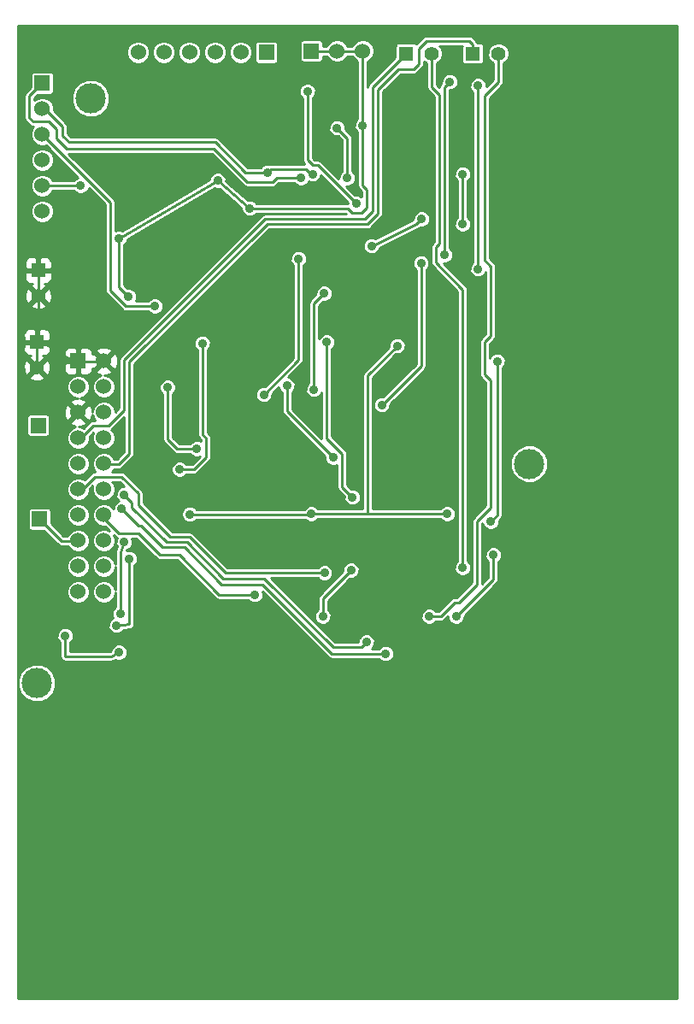
<source format=gbl>
G04 (created by PCBNEW (2013-07-07 BZR 4022)-stable) date 22/01/2014 07:55:25*
%MOIN*%
G04 Gerber Fmt 3.4, Leading zero omitted, Abs format*
%FSLAX34Y34*%
G01*
G70*
G90*
G04 APERTURE LIST*
%ADD10C,0.00590551*%
%ADD11C,0.11811*%
%ADD12R,0.06X0.06*%
%ADD13C,0.06*%
%ADD14R,0.055X0.055*%
%ADD15C,0.055*%
%ADD16C,0.035*%
%ADD17C,0.01*%
G04 APERTURE END LIST*
G54D10*
G54D11*
X67600Y-54000D03*
X50500Y-39750D03*
X48400Y-62550D03*
G54D12*
X59100Y-37900D03*
G54D13*
X60100Y-37900D03*
X61100Y-37900D03*
G54D12*
X57350Y-37950D03*
G54D13*
X56350Y-37950D03*
X55350Y-37950D03*
X54350Y-37950D03*
X53350Y-37950D03*
X52350Y-37950D03*
G54D12*
X48500Y-56150D03*
X48450Y-52500D03*
X48600Y-39150D03*
G54D13*
X48600Y-40150D03*
X48600Y-41150D03*
X48600Y-42150D03*
X48600Y-43150D03*
X48600Y-44150D03*
G54D14*
X48400Y-49250D03*
G54D15*
X48400Y-50250D03*
G54D14*
X48450Y-46450D03*
G54D15*
X48450Y-47450D03*
G54D14*
X62800Y-38000D03*
G54D15*
X63800Y-38000D03*
G54D14*
X65400Y-38000D03*
G54D15*
X66400Y-38000D03*
G54D12*
X50000Y-49984D03*
G54D13*
X51000Y-49984D03*
X50000Y-50984D03*
X51000Y-50984D03*
X50000Y-51984D03*
X51000Y-51984D03*
X50000Y-52984D03*
X51000Y-52984D03*
X50000Y-53984D03*
X51000Y-53984D03*
X50000Y-54984D03*
X51000Y-54984D03*
X50000Y-55984D03*
X51000Y-55984D03*
X50000Y-56984D03*
X51000Y-56984D03*
X50000Y-57984D03*
X51000Y-57984D03*
X50000Y-58984D03*
X51000Y-58984D03*
G54D16*
X62450Y-49400D03*
X61100Y-40800D03*
X51972Y-47476D03*
X64400Y-55950D03*
X54358Y-55964D03*
X59100Y-55950D03*
X51600Y-45200D03*
X56696Y-44031D03*
X55450Y-42950D03*
X65000Y-42700D03*
X65000Y-44650D03*
X65600Y-39250D03*
X65600Y-46400D03*
X64300Y-45850D03*
X64500Y-39100D03*
X50100Y-43150D03*
X53000Y-47850D03*
X59150Y-42700D03*
X57389Y-42633D03*
X58700Y-42850D03*
X60500Y-42850D03*
X60100Y-40900D03*
X60850Y-43850D03*
X58950Y-39475D03*
X51800Y-55200D03*
X61250Y-60950D03*
X49500Y-60700D03*
X51600Y-61350D03*
X56900Y-59100D03*
X59610Y-58255D03*
X62000Y-61400D03*
X51700Y-55750D03*
X62384Y-46725D03*
X63700Y-44800D03*
X51400Y-43100D03*
X53400Y-46000D03*
X53550Y-49100D03*
X52800Y-51100D03*
X58200Y-49200D03*
X53250Y-60000D03*
X63250Y-40800D03*
X64050Y-53000D03*
X63800Y-49050D03*
X65650Y-53250D03*
X60300Y-53050D03*
X57900Y-53750D03*
X53150Y-53600D03*
X55450Y-52950D03*
X53850Y-57900D03*
X59600Y-47350D03*
X59200Y-51100D03*
X51500Y-60300D03*
X52000Y-57700D03*
X51650Y-59850D03*
X51800Y-57050D03*
X57250Y-51300D03*
X58600Y-46000D03*
X61450Y-45500D03*
X63400Y-44450D03*
X66200Y-57550D03*
X64750Y-59950D03*
X61850Y-51700D03*
X63377Y-46173D03*
X66350Y-50000D03*
X66100Y-56250D03*
X65000Y-58050D03*
X63700Y-59950D03*
X59550Y-59950D03*
X60650Y-58150D03*
X53496Y-51015D03*
X54633Y-53413D03*
X53964Y-54220D03*
X54850Y-49300D03*
X60700Y-55300D03*
X59700Y-49250D03*
X58150Y-50950D03*
X59950Y-53750D03*
G54D17*
X61300Y-50550D02*
X61300Y-55950D01*
X62450Y-49400D02*
X61300Y-50550D01*
X60218Y-44031D02*
X60531Y-44031D01*
X61100Y-40800D02*
X61100Y-43150D01*
X60218Y-44031D02*
X56696Y-44031D01*
X61250Y-43300D02*
X61100Y-43150D01*
X61250Y-44000D02*
X61250Y-43300D01*
X61050Y-44200D02*
X61250Y-44000D01*
X60700Y-44200D02*
X61050Y-44200D01*
X60531Y-44031D02*
X60700Y-44200D01*
X51600Y-45200D02*
X51600Y-47103D01*
X51600Y-47103D02*
X51972Y-47476D01*
X59100Y-55950D02*
X61300Y-55950D01*
X61300Y-55950D02*
X64400Y-55950D01*
X54358Y-55964D02*
X59085Y-55964D01*
X59085Y-55964D02*
X59100Y-55950D01*
X59350Y-37900D02*
X59100Y-37900D01*
X59400Y-37900D02*
X59350Y-37900D01*
X60100Y-37900D02*
X59400Y-37900D01*
X61100Y-37900D02*
X61100Y-40800D01*
X61100Y-37900D02*
X60100Y-37900D01*
X55450Y-42950D02*
X51600Y-45200D01*
X56696Y-44031D02*
X55450Y-42950D01*
X65000Y-44650D02*
X65000Y-42700D01*
X65600Y-39250D02*
X65600Y-46400D01*
X64300Y-45850D02*
X64300Y-39300D01*
X64300Y-39300D02*
X64500Y-39100D01*
X50100Y-43150D02*
X48600Y-43150D01*
X51850Y-47850D02*
X51250Y-47250D01*
X51250Y-47250D02*
X51250Y-43800D01*
X48600Y-41150D02*
X51250Y-43800D01*
X53000Y-47850D02*
X51850Y-47850D01*
X48600Y-40150D02*
X48700Y-40150D01*
X56533Y-42633D02*
X57389Y-42633D01*
X55350Y-41450D02*
X56533Y-42633D01*
X49650Y-41450D02*
X55350Y-41450D01*
X49400Y-41200D02*
X49650Y-41450D01*
X49400Y-40850D02*
X49400Y-41200D01*
X48700Y-40150D02*
X49400Y-40850D01*
X59150Y-42700D02*
X59100Y-42700D01*
X57523Y-42500D02*
X57389Y-42633D01*
X58900Y-42500D02*
X57523Y-42500D01*
X59100Y-42700D02*
X58900Y-42500D01*
X49550Y-41700D02*
X49150Y-41300D01*
X57750Y-42850D02*
X57600Y-43000D01*
X57600Y-43000D02*
X56600Y-43000D01*
X56600Y-43000D02*
X55300Y-41700D01*
X55300Y-41700D02*
X49550Y-41700D01*
X58700Y-42850D02*
X57750Y-42850D01*
X48100Y-39650D02*
X48600Y-39150D01*
X48100Y-40500D02*
X48100Y-39650D01*
X48250Y-40650D02*
X48100Y-40500D01*
X48850Y-40650D02*
X48250Y-40650D01*
X49150Y-40950D02*
X48850Y-40650D01*
X49150Y-41300D02*
X49150Y-40950D01*
X60500Y-41300D02*
X60500Y-42850D01*
X60100Y-40900D02*
X60500Y-41300D01*
X58950Y-39475D02*
X58950Y-42150D01*
X58950Y-42150D02*
X59150Y-42350D01*
X59150Y-42350D02*
X59350Y-42350D01*
X60850Y-43850D02*
X59350Y-42350D01*
X52100Y-55500D02*
X51800Y-55200D01*
X52100Y-55700D02*
X52100Y-55500D01*
X53450Y-57050D02*
X52100Y-55700D01*
X54250Y-57050D02*
X53450Y-57050D01*
X55672Y-58472D02*
X54250Y-57050D01*
X57272Y-58472D02*
X55672Y-58472D01*
X59950Y-61150D02*
X57272Y-58472D01*
X61050Y-61150D02*
X59950Y-61150D01*
X61250Y-60950D02*
X61050Y-61150D01*
X62500Y-38600D02*
X63100Y-38600D01*
X65400Y-37650D02*
X65400Y-38000D01*
X65250Y-37500D02*
X65400Y-37650D01*
X63600Y-37500D02*
X65250Y-37500D01*
X63300Y-37800D02*
X63600Y-37500D01*
X63300Y-38400D02*
X63300Y-37800D01*
X63100Y-38600D02*
X63300Y-38400D01*
X51600Y-54000D02*
X51000Y-54000D01*
X52000Y-53600D02*
X51600Y-54000D01*
X52000Y-50030D02*
X52000Y-53600D01*
X57380Y-44650D02*
X52000Y-50030D01*
X61300Y-44650D02*
X57380Y-44650D01*
X61700Y-44250D02*
X61300Y-44650D01*
X61700Y-39400D02*
X61700Y-44250D01*
X62450Y-38650D02*
X62500Y-38600D01*
X62500Y-38600D02*
X61700Y-39400D01*
X61500Y-39950D02*
X61500Y-39300D01*
X50100Y-53000D02*
X50600Y-52500D01*
X50600Y-52500D02*
X51200Y-52500D01*
X51200Y-52500D02*
X51800Y-51900D01*
X51800Y-51900D02*
X51800Y-49950D01*
X51800Y-49950D02*
X57300Y-44450D01*
X57300Y-44450D02*
X61200Y-44450D01*
X61200Y-44450D02*
X61500Y-44150D01*
X61500Y-44150D02*
X61500Y-39950D01*
X50000Y-53000D02*
X50100Y-53000D01*
X61500Y-39300D02*
X62800Y-38000D01*
X50000Y-53000D02*
X50000Y-52850D01*
X49500Y-60700D02*
X49500Y-61500D01*
X49500Y-61500D02*
X51300Y-61500D01*
X51300Y-61500D02*
X51600Y-61350D01*
X51647Y-61352D02*
X51602Y-61352D01*
X51602Y-61352D02*
X51600Y-61350D01*
X51000Y-56000D02*
X51000Y-56100D01*
X55500Y-59100D02*
X56900Y-59100D01*
X53950Y-57550D02*
X55500Y-59100D01*
X53200Y-57550D02*
X53950Y-57550D01*
X52350Y-56700D02*
X53200Y-57550D01*
X51600Y-56700D02*
X52350Y-56700D01*
X51000Y-56100D02*
X51600Y-56700D01*
X50000Y-55000D02*
X50150Y-55000D01*
X55755Y-58255D02*
X59610Y-58255D01*
X54350Y-56850D02*
X55755Y-58255D01*
X53600Y-56850D02*
X54350Y-56850D01*
X52350Y-55600D02*
X53600Y-56850D01*
X52350Y-55150D02*
X52350Y-55600D01*
X51700Y-54500D02*
X52350Y-55150D01*
X50650Y-54500D02*
X51700Y-54500D01*
X50150Y-55000D02*
X50650Y-54500D01*
X59900Y-61400D02*
X62000Y-61400D01*
X57200Y-58700D02*
X59900Y-61400D01*
X55600Y-58700D02*
X57200Y-58700D01*
X54150Y-57250D02*
X55600Y-58700D01*
X53300Y-57250D02*
X54150Y-57250D01*
X52450Y-56400D02*
X53300Y-57250D01*
X52350Y-56400D02*
X52450Y-56400D01*
X51700Y-55750D02*
X52350Y-56400D01*
X50000Y-57000D02*
X49350Y-57000D01*
X49350Y-57000D02*
X48500Y-56150D01*
X62400Y-46700D02*
X62400Y-46709D01*
X62400Y-46709D02*
X62384Y-46725D01*
X50250Y-50000D02*
X50000Y-50000D01*
X50300Y-50000D02*
X50250Y-50000D01*
X51000Y-50000D02*
X50300Y-50000D01*
X49750Y-49870D02*
X50000Y-50000D01*
X49700Y-49870D02*
X49750Y-49870D01*
X49629Y-49870D02*
X49700Y-49870D01*
X48745Y-49354D02*
X49629Y-49870D01*
X48675Y-49354D02*
X48745Y-49354D01*
X48625Y-49354D02*
X48675Y-49354D01*
X48400Y-49250D02*
X48625Y-49354D01*
X48400Y-49475D02*
X48400Y-49250D01*
X48400Y-49525D02*
X48400Y-49475D01*
X48400Y-50250D02*
X48400Y-49525D01*
X48450Y-46725D02*
X48450Y-47450D01*
X48450Y-46675D02*
X48450Y-46725D01*
X48450Y-46450D02*
X48450Y-46675D01*
X48450Y-49025D02*
X48400Y-49250D01*
X48450Y-48975D02*
X48450Y-49025D01*
X48450Y-47450D02*
X48450Y-48975D01*
X59200Y-47750D02*
X59200Y-51100D01*
X59600Y-47350D02*
X59200Y-47750D01*
X51995Y-60254D02*
X51500Y-60300D01*
X52000Y-57700D02*
X51995Y-60254D01*
X51650Y-59850D02*
X51650Y-57450D01*
X51650Y-57450D02*
X51800Y-57050D01*
X58600Y-49950D02*
X57250Y-51300D01*
X58600Y-46000D02*
X58600Y-49950D01*
X63200Y-44650D02*
X61450Y-45500D01*
X63400Y-44450D02*
X63200Y-44650D01*
X66200Y-58500D02*
X66200Y-57550D01*
X64750Y-59950D02*
X66200Y-58500D01*
X63377Y-50185D02*
X61850Y-51700D01*
X63377Y-46173D02*
X63377Y-50185D01*
X66350Y-56000D02*
X66350Y-50000D01*
X66100Y-56250D02*
X66350Y-56000D01*
X63800Y-38000D02*
X63800Y-39300D01*
X65000Y-47200D02*
X65000Y-58050D01*
X63950Y-46150D02*
X65000Y-47200D01*
X63950Y-45550D02*
X63950Y-46150D01*
X64100Y-45400D02*
X63950Y-45550D01*
X64100Y-39600D02*
X64100Y-45400D01*
X63800Y-39300D02*
X64100Y-39600D01*
X66400Y-38000D02*
X66400Y-39100D01*
X64150Y-59950D02*
X63700Y-59950D01*
X64700Y-59400D02*
X64150Y-59950D01*
X64850Y-59400D02*
X64700Y-59400D01*
X65550Y-58700D02*
X64850Y-59400D01*
X65550Y-56250D02*
X65550Y-58700D01*
X66100Y-55700D02*
X65550Y-56250D01*
X66100Y-50750D02*
X66100Y-55700D01*
X65850Y-50500D02*
X66100Y-50750D01*
X65850Y-49250D02*
X65850Y-50500D01*
X66100Y-49000D02*
X65850Y-49250D01*
X66100Y-46300D02*
X66100Y-49000D01*
X65850Y-46050D02*
X66100Y-46300D01*
X65850Y-39650D02*
X65850Y-46050D01*
X66400Y-39100D02*
X65850Y-39650D01*
X59550Y-59250D02*
X59550Y-59950D01*
X60650Y-58150D02*
X59550Y-59250D01*
X54633Y-53413D02*
X53863Y-53413D01*
X53496Y-51015D02*
X53496Y-52275D01*
X53500Y-52279D02*
X53496Y-52275D01*
X53500Y-53050D02*
X53500Y-52279D01*
X53863Y-53413D02*
X53500Y-53050D01*
X54850Y-52550D02*
X54850Y-52850D01*
X55000Y-53250D02*
X55000Y-53750D01*
X55000Y-53750D02*
X54529Y-54220D01*
X54529Y-54220D02*
X53964Y-54220D01*
X54850Y-52550D02*
X54850Y-49300D01*
X55000Y-53000D02*
X55000Y-53250D01*
X54850Y-52850D02*
X55000Y-53000D01*
X60700Y-55300D02*
X60300Y-54900D01*
X60300Y-54900D02*
X60300Y-53600D01*
X60300Y-53600D02*
X59700Y-53000D01*
X59700Y-53000D02*
X59700Y-49250D01*
X58150Y-51950D02*
X58150Y-50950D01*
X59950Y-53750D02*
X58150Y-51950D01*
G54D10*
G36*
X60525Y-43807D02*
X60525Y-43831D01*
X60218Y-43831D01*
X56956Y-43831D01*
X56881Y-43756D01*
X56761Y-43706D01*
X56632Y-43706D01*
X56629Y-43707D01*
X55774Y-42966D01*
X55775Y-42885D01*
X55725Y-42766D01*
X55634Y-42674D01*
X55514Y-42625D01*
X55385Y-42624D01*
X55266Y-42674D01*
X55174Y-42765D01*
X55125Y-42885D01*
X55125Y-42908D01*
X51720Y-44898D01*
X51664Y-44875D01*
X51535Y-44874D01*
X51450Y-44910D01*
X51450Y-43800D01*
X51434Y-43723D01*
X51434Y-43723D01*
X51420Y-43701D01*
X51391Y-43658D01*
X51391Y-43658D01*
X49632Y-41900D01*
X55217Y-41900D01*
X56458Y-43141D01*
X56523Y-43184D01*
X56523Y-43184D01*
X56600Y-43200D01*
X57600Y-43200D01*
X57676Y-43184D01*
X57741Y-43141D01*
X57832Y-43050D01*
X58440Y-43050D01*
X58515Y-43125D01*
X58635Y-43174D01*
X58764Y-43175D01*
X58883Y-43125D01*
X58975Y-43034D01*
X58994Y-42987D01*
X59085Y-43024D01*
X59214Y-43025D01*
X59333Y-42975D01*
X59425Y-42884D01*
X59474Y-42764D01*
X59474Y-42757D01*
X60525Y-43807D01*
X60525Y-43807D01*
G37*
G54D17*
X60525Y-43807D02*
X60525Y-43831D01*
X60218Y-43831D01*
X56956Y-43831D01*
X56881Y-43756D01*
X56761Y-43706D01*
X56632Y-43706D01*
X56629Y-43707D01*
X55774Y-42966D01*
X55775Y-42885D01*
X55725Y-42766D01*
X55634Y-42674D01*
X55514Y-42625D01*
X55385Y-42624D01*
X55266Y-42674D01*
X55174Y-42765D01*
X55125Y-42885D01*
X55125Y-42908D01*
X51720Y-44898D01*
X51664Y-44875D01*
X51535Y-44874D01*
X51450Y-44910D01*
X51450Y-43800D01*
X51434Y-43723D01*
X51434Y-43723D01*
X51420Y-43701D01*
X51391Y-43658D01*
X51391Y-43658D01*
X49632Y-41900D01*
X55217Y-41900D01*
X56458Y-43141D01*
X56523Y-43184D01*
X56523Y-43184D01*
X56600Y-43200D01*
X57600Y-43200D01*
X57676Y-43184D01*
X57741Y-43141D01*
X57832Y-43050D01*
X58440Y-43050D01*
X58515Y-43125D01*
X58635Y-43174D01*
X58764Y-43175D01*
X58883Y-43125D01*
X58975Y-43034D01*
X58994Y-42987D01*
X59085Y-43024D01*
X59214Y-43025D01*
X59333Y-42975D01*
X59425Y-42884D01*
X59474Y-42764D01*
X59474Y-42757D01*
X60525Y-43807D01*
G54D10*
G36*
X73346Y-74846D02*
X68340Y-74846D01*
X68340Y-53853D01*
X68228Y-53581D01*
X68020Y-53372D01*
X67747Y-53259D01*
X67453Y-53259D01*
X67181Y-53371D01*
X66972Y-53579D01*
X66859Y-53852D01*
X66859Y-54146D01*
X66971Y-54418D01*
X67179Y-54627D01*
X67452Y-54740D01*
X67746Y-54740D01*
X68018Y-54628D01*
X68227Y-54420D01*
X68340Y-54147D01*
X68340Y-53853D01*
X68340Y-74846D01*
X66825Y-74846D01*
X66825Y-37915D01*
X66760Y-37759D01*
X66641Y-37639D01*
X66484Y-37575D01*
X66315Y-37574D01*
X66159Y-37639D01*
X66039Y-37758D01*
X65975Y-37915D01*
X65974Y-38084D01*
X66039Y-38240D01*
X66158Y-38360D01*
X66200Y-38377D01*
X66200Y-39017D01*
X65924Y-39292D01*
X65925Y-39185D01*
X65875Y-39066D01*
X65825Y-39015D01*
X65825Y-38245D01*
X65825Y-37695D01*
X65802Y-37640D01*
X65760Y-37597D01*
X65704Y-37575D01*
X65645Y-37574D01*
X65585Y-37574D01*
X65584Y-37573D01*
X65584Y-37573D01*
X65541Y-37508D01*
X65541Y-37508D01*
X65391Y-37358D01*
X65326Y-37315D01*
X65250Y-37300D01*
X63600Y-37300D01*
X63523Y-37315D01*
X63501Y-37329D01*
X63458Y-37358D01*
X63189Y-37627D01*
X63160Y-37597D01*
X63104Y-37575D01*
X63045Y-37574D01*
X62495Y-37574D01*
X62440Y-37597D01*
X62397Y-37639D01*
X62375Y-37695D01*
X62374Y-37754D01*
X62374Y-38142D01*
X61358Y-39158D01*
X61315Y-39223D01*
X61300Y-39300D01*
X61300Y-38304D01*
X61354Y-38281D01*
X61481Y-38155D01*
X61549Y-37989D01*
X61550Y-37810D01*
X61481Y-37645D01*
X61355Y-37518D01*
X61189Y-37450D01*
X61010Y-37449D01*
X60845Y-37518D01*
X60718Y-37644D01*
X60695Y-37700D01*
X60504Y-37700D01*
X60481Y-37645D01*
X60355Y-37518D01*
X60189Y-37450D01*
X60010Y-37449D01*
X59845Y-37518D01*
X59718Y-37644D01*
X59695Y-37700D01*
X59550Y-37700D01*
X59550Y-37570D01*
X59527Y-37515D01*
X59485Y-37472D01*
X59429Y-37450D01*
X59370Y-37449D01*
X58770Y-37449D01*
X58715Y-37472D01*
X58672Y-37514D01*
X58650Y-37570D01*
X58649Y-37629D01*
X58649Y-38229D01*
X58672Y-38284D01*
X58714Y-38327D01*
X58770Y-38349D01*
X58829Y-38350D01*
X59429Y-38350D01*
X59484Y-38327D01*
X59527Y-38285D01*
X59549Y-38229D01*
X59550Y-38170D01*
X59550Y-38100D01*
X59695Y-38100D01*
X59718Y-38154D01*
X59844Y-38281D01*
X60010Y-38349D01*
X60189Y-38350D01*
X60354Y-38281D01*
X60481Y-38155D01*
X60504Y-38100D01*
X60695Y-38100D01*
X60718Y-38154D01*
X60844Y-38281D01*
X60900Y-38304D01*
X60900Y-40540D01*
X60824Y-40615D01*
X60775Y-40735D01*
X60774Y-40864D01*
X60824Y-40983D01*
X60900Y-41059D01*
X60900Y-43150D01*
X60915Y-43226D01*
X60958Y-43291D01*
X61050Y-43382D01*
X61050Y-43590D01*
X61034Y-43574D01*
X60914Y-43525D01*
X60807Y-43524D01*
X60457Y-43174D01*
X60564Y-43175D01*
X60683Y-43125D01*
X60775Y-43034D01*
X60824Y-42914D01*
X60825Y-42785D01*
X60775Y-42666D01*
X60700Y-42590D01*
X60700Y-41300D01*
X60699Y-41299D01*
X60684Y-41223D01*
X60684Y-41223D01*
X60670Y-41201D01*
X60641Y-41158D01*
X60641Y-41158D01*
X60424Y-40942D01*
X60425Y-40835D01*
X60375Y-40716D01*
X60284Y-40624D01*
X60164Y-40575D01*
X60035Y-40574D01*
X59916Y-40624D01*
X59824Y-40715D01*
X59775Y-40835D01*
X59774Y-40964D01*
X59824Y-41083D01*
X59915Y-41175D01*
X60035Y-41224D01*
X60142Y-41225D01*
X60300Y-41382D01*
X60300Y-42590D01*
X60224Y-42665D01*
X60175Y-42785D01*
X60174Y-42892D01*
X59491Y-42208D01*
X59426Y-42165D01*
X59350Y-42150D01*
X59232Y-42150D01*
X59150Y-42067D01*
X59150Y-39734D01*
X59225Y-39659D01*
X59274Y-39539D01*
X59275Y-39410D01*
X59225Y-39291D01*
X59134Y-39199D01*
X59014Y-39150D01*
X58885Y-39149D01*
X58766Y-39199D01*
X58674Y-39290D01*
X58625Y-39410D01*
X58624Y-39539D01*
X58674Y-39658D01*
X58750Y-39734D01*
X58750Y-42150D01*
X58765Y-42226D01*
X58808Y-42291D01*
X58817Y-42300D01*
X57800Y-42300D01*
X57800Y-38220D01*
X57800Y-37620D01*
X57777Y-37565D01*
X57735Y-37522D01*
X57679Y-37500D01*
X57620Y-37499D01*
X57020Y-37499D01*
X56965Y-37522D01*
X56922Y-37564D01*
X56900Y-37620D01*
X56899Y-37679D01*
X56899Y-38279D01*
X56922Y-38334D01*
X56964Y-38377D01*
X57020Y-38399D01*
X57079Y-38400D01*
X57679Y-38400D01*
X57734Y-38377D01*
X57777Y-38335D01*
X57799Y-38279D01*
X57800Y-38220D01*
X57800Y-42300D01*
X57523Y-42300D01*
X57462Y-42312D01*
X57462Y-42312D01*
X57454Y-42308D01*
X57325Y-42308D01*
X57205Y-42358D01*
X57130Y-42433D01*
X56800Y-42433D01*
X56800Y-37860D01*
X56731Y-37695D01*
X56605Y-37568D01*
X56439Y-37500D01*
X56260Y-37499D01*
X56095Y-37568D01*
X55968Y-37694D01*
X55900Y-37860D01*
X55899Y-38039D01*
X55968Y-38204D01*
X56094Y-38331D01*
X56260Y-38399D01*
X56439Y-38400D01*
X56604Y-38331D01*
X56731Y-38205D01*
X56799Y-38039D01*
X56800Y-37860D01*
X56800Y-42433D01*
X56616Y-42433D01*
X55800Y-41617D01*
X55800Y-37860D01*
X55731Y-37695D01*
X55605Y-37568D01*
X55439Y-37500D01*
X55260Y-37499D01*
X55095Y-37568D01*
X54968Y-37694D01*
X54900Y-37860D01*
X54899Y-38039D01*
X54968Y-38204D01*
X55094Y-38331D01*
X55260Y-38399D01*
X55439Y-38400D01*
X55604Y-38331D01*
X55731Y-38205D01*
X55799Y-38039D01*
X55800Y-37860D01*
X55800Y-41617D01*
X55491Y-41308D01*
X55426Y-41265D01*
X55350Y-41250D01*
X54800Y-41250D01*
X54800Y-37860D01*
X54731Y-37695D01*
X54605Y-37568D01*
X54439Y-37500D01*
X54260Y-37499D01*
X54095Y-37568D01*
X53968Y-37694D01*
X53900Y-37860D01*
X53899Y-38039D01*
X53968Y-38204D01*
X54094Y-38331D01*
X54260Y-38399D01*
X54439Y-38400D01*
X54604Y-38331D01*
X54731Y-38205D01*
X54799Y-38039D01*
X54800Y-37860D01*
X54800Y-41250D01*
X53800Y-41250D01*
X53800Y-37860D01*
X53731Y-37695D01*
X53605Y-37568D01*
X53439Y-37500D01*
X53260Y-37499D01*
X53095Y-37568D01*
X52968Y-37694D01*
X52900Y-37860D01*
X52899Y-38039D01*
X52968Y-38204D01*
X53094Y-38331D01*
X53260Y-38399D01*
X53439Y-38400D01*
X53604Y-38331D01*
X53731Y-38205D01*
X53799Y-38039D01*
X53800Y-37860D01*
X53800Y-41250D01*
X52800Y-41250D01*
X52800Y-37860D01*
X52731Y-37695D01*
X52605Y-37568D01*
X52439Y-37500D01*
X52260Y-37499D01*
X52095Y-37568D01*
X51968Y-37694D01*
X51900Y-37860D01*
X51899Y-38039D01*
X51968Y-38204D01*
X52094Y-38331D01*
X52260Y-38399D01*
X52439Y-38400D01*
X52604Y-38331D01*
X52731Y-38205D01*
X52799Y-38039D01*
X52800Y-37860D01*
X52800Y-41250D01*
X51240Y-41250D01*
X51240Y-39603D01*
X51128Y-39331D01*
X50920Y-39122D01*
X50647Y-39009D01*
X50353Y-39009D01*
X50081Y-39121D01*
X49872Y-39329D01*
X49759Y-39602D01*
X49759Y-39896D01*
X49871Y-40168D01*
X50079Y-40377D01*
X50352Y-40490D01*
X50646Y-40490D01*
X50918Y-40378D01*
X51127Y-40170D01*
X51240Y-39897D01*
X51240Y-39603D01*
X51240Y-41250D01*
X49732Y-41250D01*
X49600Y-41117D01*
X49600Y-40850D01*
X49599Y-40849D01*
X49584Y-40773D01*
X49584Y-40773D01*
X49570Y-40751D01*
X49541Y-40708D01*
X49541Y-40708D01*
X49049Y-40217D01*
X49050Y-40060D01*
X48981Y-39895D01*
X48855Y-39768D01*
X48689Y-39700D01*
X48510Y-39699D01*
X48345Y-39768D01*
X48300Y-39813D01*
X48300Y-39732D01*
X48432Y-39600D01*
X48929Y-39600D01*
X48984Y-39577D01*
X49027Y-39535D01*
X49049Y-39479D01*
X49050Y-39420D01*
X49050Y-38820D01*
X49027Y-38765D01*
X48985Y-38722D01*
X48929Y-38700D01*
X48870Y-38699D01*
X48270Y-38699D01*
X48215Y-38722D01*
X48172Y-38764D01*
X48150Y-38820D01*
X48149Y-38879D01*
X48149Y-39317D01*
X47958Y-39508D01*
X47915Y-39573D01*
X47900Y-39650D01*
X47900Y-40500D01*
X47915Y-40576D01*
X47958Y-40641D01*
X48108Y-40791D01*
X48108Y-40791D01*
X48173Y-40834D01*
X48173Y-40834D01*
X48186Y-40837D01*
X48250Y-40850D01*
X48263Y-40850D01*
X48218Y-40894D01*
X48150Y-41060D01*
X48149Y-41239D01*
X48218Y-41404D01*
X48344Y-41531D01*
X48510Y-41599D01*
X48689Y-41600D01*
X48744Y-41577D01*
X50004Y-42837D01*
X49916Y-42874D01*
X49840Y-42950D01*
X49050Y-42950D01*
X49050Y-42060D01*
X48981Y-41895D01*
X48855Y-41768D01*
X48689Y-41700D01*
X48510Y-41699D01*
X48345Y-41768D01*
X48218Y-41894D01*
X48150Y-42060D01*
X48149Y-42239D01*
X48218Y-42404D01*
X48344Y-42531D01*
X48510Y-42599D01*
X48689Y-42600D01*
X48854Y-42531D01*
X48981Y-42405D01*
X49049Y-42239D01*
X49050Y-42060D01*
X49050Y-42950D01*
X49004Y-42950D01*
X48981Y-42895D01*
X48855Y-42768D01*
X48689Y-42700D01*
X48510Y-42699D01*
X48345Y-42768D01*
X48218Y-42894D01*
X48150Y-43060D01*
X48149Y-43239D01*
X48218Y-43404D01*
X48344Y-43531D01*
X48510Y-43599D01*
X48689Y-43600D01*
X48854Y-43531D01*
X48981Y-43405D01*
X49004Y-43350D01*
X49840Y-43350D01*
X49915Y-43425D01*
X50035Y-43474D01*
X50164Y-43475D01*
X50283Y-43425D01*
X50375Y-43334D01*
X50412Y-43245D01*
X51050Y-43882D01*
X51050Y-47250D01*
X51065Y-47326D01*
X51108Y-47391D01*
X51708Y-47991D01*
X51708Y-47991D01*
X51751Y-48020D01*
X51773Y-48034D01*
X51773Y-48034D01*
X51850Y-48050D01*
X52740Y-48050D01*
X52815Y-48125D01*
X52935Y-48174D01*
X53064Y-48175D01*
X53183Y-48125D01*
X53275Y-48034D01*
X53324Y-47914D01*
X53325Y-47785D01*
X53275Y-47666D01*
X53184Y-47574D01*
X53064Y-47525D01*
X52935Y-47524D01*
X52816Y-47574D01*
X52740Y-47650D01*
X52252Y-47650D01*
X52297Y-47541D01*
X52297Y-47412D01*
X52248Y-47292D01*
X52156Y-47201D01*
X52037Y-47151D01*
X51930Y-47151D01*
X51800Y-47021D01*
X51800Y-45459D01*
X51875Y-45384D01*
X51924Y-45264D01*
X51924Y-45241D01*
X55329Y-43252D01*
X55385Y-43274D01*
X55514Y-43275D01*
X55518Y-43273D01*
X56371Y-44013D01*
X56371Y-44095D01*
X56421Y-44215D01*
X56512Y-44306D01*
X56631Y-44356D01*
X56761Y-44356D01*
X56880Y-44307D01*
X56956Y-44231D01*
X60218Y-44231D01*
X60448Y-44231D01*
X60467Y-44250D01*
X57300Y-44250D01*
X57223Y-44265D01*
X57201Y-44279D01*
X57158Y-44308D01*
X51658Y-49808D01*
X51615Y-49873D01*
X51600Y-49950D01*
X51600Y-51817D01*
X51554Y-51862D01*
X51554Y-50081D01*
X51543Y-49863D01*
X51481Y-49712D01*
X51385Y-49684D01*
X51315Y-49755D01*
X51315Y-49614D01*
X51287Y-49518D01*
X51081Y-49445D01*
X50863Y-49456D01*
X50712Y-49518D01*
X50684Y-49614D01*
X51000Y-49929D01*
X51315Y-49614D01*
X51315Y-49755D01*
X51070Y-50000D01*
X51385Y-50315D01*
X51481Y-50287D01*
X51554Y-50081D01*
X51554Y-51862D01*
X51450Y-51967D01*
X51450Y-51910D01*
X51450Y-50910D01*
X51381Y-50745D01*
X51255Y-50618D01*
X51089Y-50550D01*
X51013Y-50550D01*
X51136Y-50543D01*
X51287Y-50481D01*
X51315Y-50385D01*
X51000Y-50070D01*
X50929Y-50141D01*
X50929Y-50000D01*
X50614Y-49684D01*
X50550Y-49703D01*
X50550Y-49650D01*
X50512Y-49558D01*
X50441Y-49488D01*
X50349Y-49450D01*
X50250Y-49449D01*
X50112Y-49450D01*
X50050Y-49512D01*
X50050Y-49950D01*
X50057Y-49950D01*
X50057Y-50050D01*
X50050Y-50050D01*
X50050Y-50487D01*
X50112Y-50550D01*
X50250Y-50550D01*
X50349Y-50549D01*
X50441Y-50511D01*
X50512Y-50441D01*
X50550Y-50349D01*
X50550Y-50296D01*
X50614Y-50315D01*
X50929Y-50000D01*
X50929Y-50141D01*
X50684Y-50385D01*
X50712Y-50481D01*
X50907Y-50551D01*
X50745Y-50618D01*
X50618Y-50744D01*
X50550Y-50910D01*
X50549Y-51089D01*
X50618Y-51254D01*
X50744Y-51381D01*
X50910Y-51449D01*
X51089Y-51450D01*
X51254Y-51381D01*
X51381Y-51255D01*
X51449Y-51089D01*
X51450Y-50910D01*
X51450Y-51910D01*
X51381Y-51745D01*
X51255Y-51618D01*
X51089Y-51550D01*
X50910Y-51549D01*
X50745Y-51618D01*
X50618Y-51744D01*
X50550Y-51910D01*
X50550Y-51986D01*
X50543Y-51863D01*
X50481Y-51712D01*
X50450Y-51703D01*
X50450Y-50910D01*
X50381Y-50745D01*
X50255Y-50618D01*
X50089Y-50550D01*
X49950Y-50549D01*
X49950Y-50487D01*
X49950Y-50050D01*
X49950Y-49950D01*
X49950Y-49512D01*
X49887Y-49450D01*
X49749Y-49449D01*
X49650Y-49450D01*
X49558Y-49488D01*
X49487Y-49558D01*
X49449Y-49650D01*
X49450Y-49887D01*
X49512Y-49950D01*
X49950Y-49950D01*
X49950Y-50050D01*
X49512Y-50050D01*
X49450Y-50112D01*
X49449Y-50349D01*
X49487Y-50441D01*
X49558Y-50511D01*
X49650Y-50549D01*
X49749Y-50550D01*
X49887Y-50550D01*
X49950Y-50487D01*
X49950Y-50549D01*
X49910Y-50549D01*
X49745Y-50618D01*
X49618Y-50744D01*
X49550Y-50910D01*
X49549Y-51089D01*
X49618Y-51254D01*
X49744Y-51381D01*
X49910Y-51449D01*
X49986Y-51449D01*
X49863Y-51456D01*
X49712Y-51518D01*
X49684Y-51614D01*
X50000Y-51929D01*
X50315Y-51614D01*
X50287Y-51518D01*
X50092Y-51448D01*
X50254Y-51381D01*
X50381Y-51255D01*
X50449Y-51089D01*
X50450Y-50910D01*
X50450Y-51703D01*
X50385Y-51684D01*
X50070Y-52000D01*
X50385Y-52315D01*
X50481Y-52287D01*
X50551Y-52092D01*
X50618Y-52254D01*
X50663Y-52300D01*
X50600Y-52300D01*
X50536Y-52312D01*
X50523Y-52315D01*
X50458Y-52358D01*
X50215Y-52602D01*
X50089Y-52550D01*
X50013Y-52550D01*
X50136Y-52543D01*
X50287Y-52481D01*
X50315Y-52385D01*
X50000Y-52070D01*
X49929Y-52141D01*
X49929Y-52000D01*
X49614Y-51684D01*
X49518Y-51712D01*
X49445Y-51918D01*
X49456Y-52136D01*
X49518Y-52287D01*
X49614Y-52315D01*
X49929Y-52000D01*
X49929Y-52141D01*
X49684Y-52385D01*
X49712Y-52481D01*
X49907Y-52551D01*
X49745Y-52618D01*
X49618Y-52744D01*
X49550Y-52910D01*
X49549Y-53089D01*
X49618Y-53254D01*
X49744Y-53381D01*
X49910Y-53449D01*
X50089Y-53450D01*
X50254Y-53381D01*
X50381Y-53255D01*
X50449Y-53089D01*
X50450Y-52932D01*
X50604Y-52777D01*
X50550Y-52910D01*
X50549Y-53089D01*
X50618Y-53254D01*
X50744Y-53381D01*
X50910Y-53449D01*
X51089Y-53450D01*
X51254Y-53381D01*
X51381Y-53255D01*
X51449Y-53089D01*
X51450Y-52910D01*
X51381Y-52745D01*
X51303Y-52666D01*
X51341Y-52641D01*
X51800Y-52182D01*
X51800Y-53517D01*
X51517Y-53800D01*
X51404Y-53800D01*
X51381Y-53745D01*
X51255Y-53618D01*
X51089Y-53550D01*
X50910Y-53549D01*
X50745Y-53618D01*
X50618Y-53744D01*
X50550Y-53910D01*
X50549Y-54089D01*
X50618Y-54254D01*
X50663Y-54300D01*
X50650Y-54300D01*
X50586Y-54312D01*
X50573Y-54315D01*
X50508Y-54358D01*
X50450Y-54417D01*
X50450Y-53910D01*
X50381Y-53745D01*
X50255Y-53618D01*
X50089Y-53550D01*
X49910Y-53549D01*
X49745Y-53618D01*
X49618Y-53744D01*
X49550Y-53910D01*
X49549Y-54089D01*
X49618Y-54254D01*
X49744Y-54381D01*
X49910Y-54449D01*
X50089Y-54450D01*
X50254Y-54381D01*
X50381Y-54255D01*
X50449Y-54089D01*
X50450Y-53910D01*
X50450Y-54417D01*
X50250Y-54616D01*
X50089Y-54550D01*
X49910Y-54549D01*
X49745Y-54618D01*
X49618Y-54744D01*
X49550Y-54910D01*
X49549Y-55089D01*
X49618Y-55254D01*
X49744Y-55381D01*
X49910Y-55449D01*
X50089Y-55450D01*
X50254Y-55381D01*
X50381Y-55255D01*
X50449Y-55089D01*
X50450Y-54982D01*
X50569Y-54863D01*
X50550Y-54910D01*
X50549Y-55089D01*
X50618Y-55254D01*
X50744Y-55381D01*
X50910Y-55449D01*
X51089Y-55450D01*
X51254Y-55381D01*
X51381Y-55255D01*
X51449Y-55089D01*
X51450Y-54910D01*
X51381Y-54745D01*
X51336Y-54700D01*
X51617Y-54700D01*
X51792Y-54874D01*
X51735Y-54874D01*
X51616Y-54924D01*
X51524Y-55015D01*
X51475Y-55135D01*
X51474Y-55264D01*
X51524Y-55383D01*
X51585Y-55445D01*
X51516Y-55474D01*
X51424Y-55565D01*
X51375Y-55685D01*
X51375Y-55738D01*
X51255Y-55618D01*
X51089Y-55550D01*
X50910Y-55549D01*
X50745Y-55618D01*
X50618Y-55744D01*
X50550Y-55910D01*
X50549Y-56089D01*
X50618Y-56254D01*
X50744Y-56381D01*
X50910Y-56449D01*
X51067Y-56450D01*
X51222Y-56604D01*
X51089Y-56550D01*
X50910Y-56549D01*
X50745Y-56618D01*
X50618Y-56744D01*
X50550Y-56910D01*
X50549Y-57089D01*
X50618Y-57254D01*
X50744Y-57381D01*
X50910Y-57449D01*
X51089Y-57450D01*
X51254Y-57381D01*
X51381Y-57255D01*
X51449Y-57089D01*
X51450Y-56910D01*
X51395Y-56778D01*
X51458Y-56841D01*
X51458Y-56841D01*
X51501Y-56870D01*
X51518Y-56881D01*
X51518Y-56881D01*
X51475Y-56985D01*
X51474Y-57114D01*
X51520Y-57225D01*
X51462Y-57379D01*
X51456Y-57414D01*
X51450Y-57450D01*
X51450Y-57910D01*
X51381Y-57745D01*
X51255Y-57618D01*
X51089Y-57550D01*
X50910Y-57549D01*
X50745Y-57618D01*
X50618Y-57744D01*
X50550Y-57910D01*
X50549Y-58089D01*
X50618Y-58254D01*
X50744Y-58381D01*
X50910Y-58449D01*
X51089Y-58450D01*
X51254Y-58381D01*
X51381Y-58255D01*
X51449Y-58089D01*
X51450Y-57999D01*
X51450Y-58910D01*
X51381Y-58745D01*
X51255Y-58618D01*
X51089Y-58550D01*
X50910Y-58549D01*
X50745Y-58618D01*
X50618Y-58744D01*
X50550Y-58910D01*
X50549Y-59089D01*
X50618Y-59254D01*
X50744Y-59381D01*
X50910Y-59449D01*
X51089Y-59450D01*
X51254Y-59381D01*
X51381Y-59255D01*
X51449Y-59089D01*
X51450Y-58999D01*
X51450Y-59590D01*
X51374Y-59665D01*
X51325Y-59785D01*
X51324Y-59914D01*
X51362Y-60005D01*
X51316Y-60024D01*
X51224Y-60115D01*
X51175Y-60235D01*
X51174Y-60364D01*
X51224Y-60483D01*
X51315Y-60575D01*
X51435Y-60624D01*
X51564Y-60625D01*
X51683Y-60575D01*
X51775Y-60484D01*
X51779Y-60475D01*
X52014Y-60454D01*
X52042Y-60445D01*
X52072Y-60439D01*
X52080Y-60434D01*
X52088Y-60431D01*
X52111Y-60413D01*
X52137Y-60396D01*
X52142Y-60388D01*
X52149Y-60382D01*
X52163Y-60356D01*
X52180Y-60331D01*
X52182Y-60322D01*
X52186Y-60314D01*
X52189Y-60284D01*
X52195Y-60255D01*
X52199Y-57959D01*
X52275Y-57884D01*
X52324Y-57764D01*
X52325Y-57635D01*
X52275Y-57516D01*
X52184Y-57424D01*
X52064Y-57375D01*
X51935Y-57374D01*
X51883Y-57396D01*
X51896Y-57361D01*
X51983Y-57325D01*
X52075Y-57234D01*
X52124Y-57114D01*
X52125Y-56985D01*
X52089Y-56900D01*
X52267Y-56900D01*
X53058Y-57691D01*
X53123Y-57734D01*
X53123Y-57734D01*
X53200Y-57750D01*
X53867Y-57750D01*
X55358Y-59241D01*
X55358Y-59241D01*
X55401Y-59270D01*
X55423Y-59284D01*
X55423Y-59284D01*
X55499Y-59299D01*
X55500Y-59300D01*
X56640Y-59300D01*
X56715Y-59375D01*
X56835Y-59424D01*
X56964Y-59425D01*
X57083Y-59375D01*
X57175Y-59284D01*
X57224Y-59164D01*
X57225Y-59035D01*
X57205Y-58988D01*
X59758Y-61541D01*
X59758Y-61541D01*
X59801Y-61570D01*
X59823Y-61584D01*
X59823Y-61584D01*
X59900Y-61600D01*
X61740Y-61600D01*
X61815Y-61675D01*
X61935Y-61724D01*
X62064Y-61725D01*
X62183Y-61675D01*
X62275Y-61584D01*
X62324Y-61464D01*
X62325Y-61335D01*
X62275Y-61216D01*
X62184Y-61124D01*
X62064Y-61075D01*
X61935Y-61074D01*
X61816Y-61124D01*
X61740Y-61200D01*
X61459Y-61200D01*
X61525Y-61134D01*
X61574Y-61014D01*
X61575Y-60885D01*
X61525Y-60766D01*
X61434Y-60674D01*
X61314Y-60625D01*
X61185Y-60624D01*
X61066Y-60674D01*
X60975Y-60765D01*
X60975Y-58085D01*
X60925Y-57966D01*
X60834Y-57874D01*
X60714Y-57825D01*
X60585Y-57824D01*
X60466Y-57874D01*
X60374Y-57965D01*
X60325Y-58085D01*
X60324Y-58192D01*
X59408Y-59108D01*
X59365Y-59173D01*
X59350Y-59250D01*
X59350Y-59690D01*
X59274Y-59765D01*
X59225Y-59885D01*
X59224Y-60014D01*
X59274Y-60133D01*
X59365Y-60225D01*
X59485Y-60274D01*
X59614Y-60275D01*
X59733Y-60225D01*
X59825Y-60134D01*
X59874Y-60014D01*
X59875Y-59885D01*
X59825Y-59766D01*
X59750Y-59690D01*
X59750Y-59332D01*
X60607Y-58474D01*
X60714Y-58475D01*
X60833Y-58425D01*
X60925Y-58334D01*
X60974Y-58214D01*
X60975Y-58085D01*
X60975Y-60765D01*
X60974Y-60765D01*
X60925Y-60885D01*
X60924Y-60950D01*
X60032Y-60950D01*
X57538Y-58455D01*
X59350Y-58455D01*
X59425Y-58531D01*
X59545Y-58580D01*
X59674Y-58580D01*
X59794Y-58531D01*
X59885Y-58440D01*
X59935Y-58320D01*
X59935Y-58191D01*
X59885Y-58072D01*
X59794Y-57980D01*
X59675Y-57930D01*
X59545Y-57930D01*
X59426Y-57980D01*
X59350Y-58055D01*
X55838Y-58055D01*
X54491Y-56708D01*
X54426Y-56665D01*
X54350Y-56650D01*
X53682Y-56650D01*
X52550Y-55517D01*
X52550Y-55150D01*
X52534Y-55073D01*
X52534Y-55073D01*
X52520Y-55051D01*
X52491Y-55008D01*
X52491Y-55008D01*
X51841Y-54358D01*
X51776Y-54315D01*
X51700Y-54300D01*
X51336Y-54300D01*
X51381Y-54255D01*
X51404Y-54200D01*
X51600Y-54200D01*
X51676Y-54184D01*
X51741Y-54141D01*
X52141Y-53741D01*
X52141Y-53741D01*
X52170Y-53698D01*
X52184Y-53676D01*
X52184Y-53676D01*
X52199Y-53600D01*
X52200Y-53600D01*
X52200Y-50112D01*
X57462Y-44850D01*
X61300Y-44850D01*
X61376Y-44834D01*
X61441Y-44791D01*
X61841Y-44391D01*
X61841Y-44391D01*
X61870Y-44348D01*
X61884Y-44326D01*
X61884Y-44326D01*
X61899Y-44250D01*
X61900Y-44250D01*
X61900Y-39482D01*
X62582Y-38800D01*
X63100Y-38800D01*
X63176Y-38784D01*
X63241Y-38741D01*
X63441Y-38541D01*
X63441Y-38541D01*
X63470Y-38498D01*
X63484Y-38476D01*
X63484Y-38476D01*
X63499Y-38400D01*
X63500Y-38400D01*
X63500Y-38301D01*
X63558Y-38360D01*
X63600Y-38377D01*
X63600Y-39300D01*
X63615Y-39376D01*
X63658Y-39441D01*
X63900Y-39682D01*
X63900Y-45317D01*
X63808Y-45408D01*
X63765Y-45473D01*
X63750Y-45550D01*
X63750Y-46150D01*
X63765Y-46226D01*
X63808Y-46291D01*
X64800Y-47282D01*
X64800Y-57790D01*
X64725Y-57865D01*
X64725Y-55885D01*
X64675Y-55766D01*
X64584Y-55674D01*
X64464Y-55625D01*
X64335Y-55624D01*
X64216Y-55674D01*
X64140Y-55750D01*
X63725Y-55750D01*
X63725Y-44385D01*
X63675Y-44266D01*
X63584Y-44174D01*
X63464Y-44125D01*
X63335Y-44124D01*
X63216Y-44174D01*
X63124Y-44265D01*
X63075Y-44385D01*
X63074Y-44488D01*
X61593Y-45207D01*
X61514Y-45175D01*
X61385Y-45174D01*
X61266Y-45224D01*
X61174Y-45315D01*
X61125Y-45435D01*
X61124Y-45564D01*
X61174Y-45683D01*
X61265Y-45775D01*
X61385Y-45824D01*
X61514Y-45825D01*
X61633Y-45775D01*
X61725Y-45684D01*
X61774Y-45564D01*
X61774Y-45564D01*
X63287Y-44830D01*
X63316Y-44807D01*
X63341Y-44791D01*
X63357Y-44774D01*
X63464Y-44775D01*
X63583Y-44725D01*
X63675Y-44634D01*
X63724Y-44514D01*
X63725Y-44385D01*
X63725Y-55750D01*
X63703Y-55750D01*
X63703Y-46108D01*
X63653Y-45989D01*
X63562Y-45897D01*
X63442Y-45848D01*
X63313Y-45848D01*
X63194Y-45897D01*
X63102Y-45988D01*
X63053Y-46108D01*
X63052Y-46237D01*
X63102Y-46357D01*
X63177Y-46432D01*
X63177Y-50099D01*
X61893Y-51375D01*
X61785Y-51374D01*
X61666Y-51424D01*
X61574Y-51515D01*
X61525Y-51635D01*
X61524Y-51764D01*
X61574Y-51883D01*
X61665Y-51975D01*
X61785Y-52024D01*
X61914Y-52025D01*
X62033Y-51975D01*
X62125Y-51884D01*
X62174Y-51764D01*
X62175Y-51659D01*
X63512Y-50331D01*
X63519Y-50326D01*
X63562Y-50261D01*
X63577Y-50185D01*
X63577Y-46432D01*
X63653Y-46357D01*
X63702Y-46238D01*
X63703Y-46108D01*
X63703Y-55750D01*
X61500Y-55750D01*
X61500Y-50632D01*
X62407Y-49724D01*
X62514Y-49725D01*
X62633Y-49675D01*
X62725Y-49584D01*
X62774Y-49464D01*
X62775Y-49335D01*
X62725Y-49216D01*
X62634Y-49124D01*
X62514Y-49075D01*
X62385Y-49074D01*
X62266Y-49124D01*
X62174Y-49215D01*
X62125Y-49335D01*
X62124Y-49442D01*
X61158Y-50408D01*
X61115Y-50473D01*
X61100Y-50550D01*
X61100Y-55750D01*
X61025Y-55750D01*
X61025Y-55235D01*
X60975Y-55116D01*
X60884Y-55024D01*
X60764Y-54975D01*
X60657Y-54974D01*
X60500Y-54817D01*
X60500Y-53600D01*
X60484Y-53523D01*
X60484Y-53523D01*
X60470Y-53501D01*
X60441Y-53458D01*
X60441Y-53458D01*
X59900Y-52917D01*
X59900Y-49509D01*
X59975Y-49434D01*
X60024Y-49314D01*
X60025Y-49185D01*
X59975Y-49066D01*
X59884Y-48974D01*
X59764Y-48925D01*
X59635Y-48924D01*
X59516Y-48974D01*
X59424Y-49065D01*
X59400Y-49124D01*
X59400Y-47832D01*
X59557Y-47674D01*
X59664Y-47675D01*
X59783Y-47625D01*
X59875Y-47534D01*
X59924Y-47414D01*
X59925Y-47285D01*
X59875Y-47166D01*
X59784Y-47074D01*
X59664Y-47025D01*
X59535Y-47024D01*
X59416Y-47074D01*
X59324Y-47165D01*
X59275Y-47285D01*
X59274Y-47392D01*
X59058Y-47608D01*
X59015Y-47673D01*
X59000Y-47750D01*
X59000Y-50840D01*
X58924Y-50915D01*
X58875Y-51035D01*
X58874Y-51164D01*
X58924Y-51283D01*
X59015Y-51375D01*
X59135Y-51424D01*
X59264Y-51425D01*
X59383Y-51375D01*
X59475Y-51284D01*
X59500Y-51225D01*
X59500Y-53000D01*
X59504Y-53021D01*
X58350Y-51867D01*
X58350Y-51209D01*
X58425Y-51134D01*
X58474Y-51014D01*
X58475Y-50885D01*
X58425Y-50766D01*
X58334Y-50674D01*
X58214Y-50625D01*
X58207Y-50625D01*
X58741Y-50091D01*
X58784Y-50026D01*
X58784Y-50026D01*
X58787Y-50013D01*
X58799Y-49950D01*
X58800Y-49950D01*
X58800Y-46259D01*
X58875Y-46184D01*
X58924Y-46064D01*
X58925Y-45935D01*
X58875Y-45816D01*
X58784Y-45724D01*
X58664Y-45675D01*
X58535Y-45674D01*
X58416Y-45724D01*
X58324Y-45815D01*
X58275Y-45935D01*
X58274Y-46064D01*
X58324Y-46183D01*
X58400Y-46259D01*
X58400Y-49867D01*
X57292Y-50975D01*
X57185Y-50974D01*
X57066Y-51024D01*
X56974Y-51115D01*
X56925Y-51235D01*
X56924Y-51364D01*
X56974Y-51483D01*
X57065Y-51575D01*
X57185Y-51624D01*
X57314Y-51625D01*
X57433Y-51575D01*
X57525Y-51484D01*
X57574Y-51364D01*
X57575Y-51257D01*
X57824Y-51007D01*
X57824Y-51014D01*
X57874Y-51133D01*
X57950Y-51209D01*
X57950Y-51950D01*
X57965Y-52026D01*
X58008Y-52091D01*
X59625Y-53707D01*
X59624Y-53814D01*
X59674Y-53933D01*
X59765Y-54025D01*
X59885Y-54074D01*
X60014Y-54075D01*
X60100Y-54039D01*
X60100Y-54900D01*
X60115Y-54976D01*
X60158Y-55041D01*
X60375Y-55257D01*
X60374Y-55364D01*
X60424Y-55483D01*
X60515Y-55575D01*
X60635Y-55624D01*
X60764Y-55625D01*
X60883Y-55575D01*
X60975Y-55484D01*
X61024Y-55364D01*
X61025Y-55235D01*
X61025Y-55750D01*
X59359Y-55750D01*
X59284Y-55674D01*
X59164Y-55625D01*
X59035Y-55624D01*
X58916Y-55674D01*
X58825Y-55764D01*
X55200Y-55764D01*
X55200Y-53750D01*
X55200Y-53250D01*
X55200Y-53000D01*
X55187Y-52936D01*
X55184Y-52923D01*
X55184Y-52923D01*
X55141Y-52858D01*
X55141Y-52858D01*
X55050Y-52767D01*
X55050Y-52550D01*
X55050Y-49559D01*
X55125Y-49484D01*
X55174Y-49364D01*
X55175Y-49235D01*
X55125Y-49116D01*
X55034Y-49024D01*
X54914Y-48975D01*
X54785Y-48974D01*
X54666Y-49024D01*
X54574Y-49115D01*
X54525Y-49235D01*
X54524Y-49364D01*
X54574Y-49483D01*
X54650Y-49559D01*
X54650Y-52550D01*
X54650Y-52850D01*
X54665Y-52926D01*
X54708Y-52991D01*
X54800Y-53082D01*
X54800Y-53130D01*
X54698Y-53088D01*
X54569Y-53088D01*
X54450Y-53137D01*
X54374Y-53213D01*
X53946Y-53213D01*
X53700Y-52967D01*
X53700Y-52279D01*
X53696Y-52259D01*
X53696Y-51275D01*
X53771Y-51200D01*
X53821Y-51080D01*
X53821Y-50951D01*
X53771Y-50831D01*
X53680Y-50740D01*
X53560Y-50690D01*
X53431Y-50690D01*
X53312Y-50740D01*
X53220Y-50831D01*
X53171Y-50950D01*
X53171Y-51080D01*
X53220Y-51199D01*
X53296Y-51275D01*
X53296Y-52275D01*
X53300Y-52295D01*
X53300Y-53050D01*
X53315Y-53126D01*
X53358Y-53191D01*
X53721Y-53554D01*
X53786Y-53598D01*
X53786Y-53598D01*
X53863Y-53613D01*
X54374Y-53613D01*
X54449Y-53688D01*
X54568Y-53738D01*
X54698Y-53738D01*
X54750Y-53716D01*
X54446Y-54020D01*
X54224Y-54020D01*
X54148Y-53945D01*
X54029Y-53895D01*
X53900Y-53895D01*
X53780Y-53944D01*
X53689Y-54036D01*
X53639Y-54155D01*
X53639Y-54284D01*
X53688Y-54404D01*
X53780Y-54495D01*
X53899Y-54545D01*
X54028Y-54545D01*
X54148Y-54496D01*
X54224Y-54420D01*
X54529Y-54420D01*
X54606Y-54405D01*
X54670Y-54361D01*
X55141Y-53891D01*
X55184Y-53826D01*
X55184Y-53826D01*
X55200Y-53750D01*
X55200Y-55764D01*
X54617Y-55764D01*
X54542Y-55689D01*
X54423Y-55639D01*
X54293Y-55639D01*
X54174Y-55688D01*
X54082Y-55780D01*
X54033Y-55899D01*
X54033Y-56028D01*
X54082Y-56148D01*
X54173Y-56239D01*
X54293Y-56289D01*
X54422Y-56289D01*
X54542Y-56240D01*
X54617Y-56164D01*
X58854Y-56164D01*
X58915Y-56225D01*
X59035Y-56274D01*
X59164Y-56275D01*
X59283Y-56225D01*
X59359Y-56150D01*
X61300Y-56150D01*
X64140Y-56150D01*
X64215Y-56225D01*
X64335Y-56274D01*
X64464Y-56275D01*
X64583Y-56225D01*
X64675Y-56134D01*
X64724Y-56014D01*
X64725Y-55885D01*
X64725Y-57865D01*
X64724Y-57865D01*
X64675Y-57985D01*
X64674Y-58114D01*
X64724Y-58233D01*
X64815Y-58325D01*
X64935Y-58374D01*
X65064Y-58375D01*
X65183Y-58325D01*
X65275Y-58234D01*
X65324Y-58114D01*
X65325Y-57985D01*
X65275Y-57866D01*
X65200Y-57790D01*
X65200Y-47200D01*
X65184Y-47123D01*
X65184Y-47123D01*
X65170Y-47101D01*
X65141Y-47058D01*
X65141Y-47058D01*
X64257Y-46174D01*
X64364Y-46175D01*
X64483Y-46125D01*
X64575Y-46034D01*
X64624Y-45914D01*
X64625Y-45785D01*
X64575Y-45666D01*
X64500Y-45590D01*
X64500Y-39425D01*
X64564Y-39425D01*
X64683Y-39375D01*
X64775Y-39284D01*
X64824Y-39164D01*
X64825Y-39035D01*
X64775Y-38916D01*
X64684Y-38824D01*
X64564Y-38775D01*
X64435Y-38774D01*
X64316Y-38824D01*
X64224Y-38915D01*
X64175Y-39035D01*
X64174Y-39142D01*
X64158Y-39158D01*
X64115Y-39223D01*
X64100Y-39300D01*
X64100Y-39317D01*
X64000Y-39217D01*
X64000Y-38377D01*
X64040Y-38360D01*
X64160Y-38241D01*
X64224Y-38084D01*
X64225Y-37915D01*
X64160Y-37759D01*
X64101Y-37700D01*
X64975Y-37700D01*
X64974Y-37754D01*
X64974Y-38304D01*
X64997Y-38359D01*
X65039Y-38402D01*
X65095Y-38424D01*
X65154Y-38425D01*
X65704Y-38425D01*
X65759Y-38402D01*
X65802Y-38360D01*
X65824Y-38304D01*
X65825Y-38245D01*
X65825Y-39015D01*
X65784Y-38974D01*
X65664Y-38925D01*
X65535Y-38924D01*
X65416Y-38974D01*
X65324Y-39065D01*
X65275Y-39185D01*
X65274Y-39314D01*
X65324Y-39433D01*
X65400Y-39509D01*
X65400Y-46140D01*
X65325Y-46215D01*
X65325Y-44585D01*
X65275Y-44466D01*
X65200Y-44390D01*
X65200Y-42959D01*
X65275Y-42884D01*
X65324Y-42764D01*
X65325Y-42635D01*
X65275Y-42516D01*
X65184Y-42424D01*
X65064Y-42375D01*
X64935Y-42374D01*
X64816Y-42424D01*
X64724Y-42515D01*
X64675Y-42635D01*
X64674Y-42764D01*
X64724Y-42883D01*
X64800Y-42959D01*
X64800Y-44390D01*
X64724Y-44465D01*
X64675Y-44585D01*
X64674Y-44714D01*
X64724Y-44833D01*
X64815Y-44925D01*
X64935Y-44974D01*
X65064Y-44975D01*
X65183Y-44925D01*
X65275Y-44834D01*
X65324Y-44714D01*
X65325Y-44585D01*
X65325Y-46215D01*
X65324Y-46215D01*
X65275Y-46335D01*
X65274Y-46464D01*
X65324Y-46583D01*
X65415Y-46675D01*
X65535Y-46724D01*
X65664Y-46725D01*
X65783Y-46675D01*
X65875Y-46584D01*
X65900Y-46525D01*
X65900Y-48917D01*
X65708Y-49108D01*
X65665Y-49173D01*
X65650Y-49250D01*
X65650Y-50500D01*
X65665Y-50576D01*
X65708Y-50641D01*
X65900Y-50832D01*
X65900Y-55617D01*
X65408Y-56108D01*
X65365Y-56173D01*
X65350Y-56250D01*
X65350Y-58617D01*
X64767Y-59200D01*
X64700Y-59200D01*
X64636Y-59212D01*
X64623Y-59215D01*
X64558Y-59258D01*
X64067Y-59750D01*
X63959Y-59750D01*
X63884Y-59674D01*
X63764Y-59625D01*
X63635Y-59624D01*
X63516Y-59674D01*
X63424Y-59765D01*
X63375Y-59885D01*
X63374Y-60014D01*
X63424Y-60133D01*
X63515Y-60225D01*
X63635Y-60274D01*
X63764Y-60275D01*
X63883Y-60225D01*
X63959Y-60150D01*
X64150Y-60150D01*
X64226Y-60134D01*
X64291Y-60091D01*
X64424Y-59957D01*
X64424Y-60014D01*
X64474Y-60133D01*
X64565Y-60225D01*
X64685Y-60274D01*
X64814Y-60275D01*
X64933Y-60225D01*
X65025Y-60134D01*
X65074Y-60014D01*
X65075Y-59907D01*
X66341Y-58641D01*
X66341Y-58641D01*
X66370Y-58598D01*
X66384Y-58576D01*
X66384Y-58576D01*
X66399Y-58500D01*
X66400Y-58500D01*
X66400Y-57809D01*
X66475Y-57734D01*
X66524Y-57614D01*
X66525Y-57485D01*
X66475Y-57366D01*
X66384Y-57274D01*
X66264Y-57225D01*
X66135Y-57224D01*
X66016Y-57274D01*
X65924Y-57365D01*
X65875Y-57485D01*
X65874Y-57614D01*
X65924Y-57733D01*
X66000Y-57809D01*
X66000Y-58417D01*
X65750Y-58667D01*
X65750Y-56332D01*
X65774Y-56307D01*
X65774Y-56314D01*
X65824Y-56433D01*
X65915Y-56525D01*
X66035Y-56574D01*
X66164Y-56575D01*
X66283Y-56525D01*
X66375Y-56434D01*
X66424Y-56314D01*
X66425Y-56207D01*
X66491Y-56141D01*
X66491Y-56141D01*
X66520Y-56098D01*
X66534Y-56076D01*
X66534Y-56076D01*
X66549Y-56000D01*
X66550Y-56000D01*
X66550Y-50259D01*
X66625Y-50184D01*
X66674Y-50064D01*
X66675Y-49935D01*
X66625Y-49816D01*
X66534Y-49724D01*
X66414Y-49675D01*
X66285Y-49674D01*
X66166Y-49724D01*
X66074Y-49815D01*
X66050Y-49874D01*
X66050Y-49332D01*
X66241Y-49141D01*
X66241Y-49141D01*
X66270Y-49098D01*
X66284Y-49076D01*
X66284Y-49076D01*
X66299Y-49000D01*
X66300Y-49000D01*
X66300Y-46300D01*
X66284Y-46223D01*
X66284Y-46223D01*
X66270Y-46201D01*
X66241Y-46158D01*
X66241Y-46158D01*
X66050Y-45967D01*
X66050Y-39732D01*
X66541Y-39241D01*
X66584Y-39176D01*
X66584Y-39176D01*
X66587Y-39163D01*
X66599Y-39100D01*
X66600Y-39100D01*
X66600Y-38377D01*
X66640Y-38360D01*
X66760Y-38241D01*
X66824Y-38084D01*
X66825Y-37915D01*
X66825Y-74846D01*
X51925Y-74846D01*
X51925Y-61285D01*
X51875Y-61166D01*
X51784Y-61074D01*
X51664Y-61025D01*
X51535Y-61024D01*
X51416Y-61074D01*
X51324Y-61165D01*
X51275Y-61285D01*
X51275Y-61288D01*
X51252Y-61300D01*
X50450Y-61300D01*
X50450Y-58910D01*
X50450Y-57910D01*
X50450Y-56910D01*
X50450Y-55910D01*
X50381Y-55745D01*
X50255Y-55618D01*
X50089Y-55550D01*
X49910Y-55549D01*
X49745Y-55618D01*
X49618Y-55744D01*
X49550Y-55910D01*
X49549Y-56089D01*
X49618Y-56254D01*
X49744Y-56381D01*
X49910Y-56449D01*
X50089Y-56450D01*
X50254Y-56381D01*
X50381Y-56255D01*
X50449Y-56089D01*
X50450Y-55910D01*
X50450Y-56910D01*
X50381Y-56745D01*
X50255Y-56618D01*
X50089Y-56550D01*
X49910Y-56549D01*
X49745Y-56618D01*
X49618Y-56744D01*
X49595Y-56800D01*
X49432Y-56800D01*
X49050Y-56417D01*
X49050Y-44060D01*
X48981Y-43895D01*
X48855Y-43768D01*
X48689Y-43700D01*
X48510Y-43699D01*
X48345Y-43768D01*
X48218Y-43894D01*
X48150Y-44060D01*
X48149Y-44239D01*
X48218Y-44404D01*
X48344Y-44531D01*
X48510Y-44599D01*
X48689Y-44600D01*
X48854Y-44531D01*
X48981Y-44405D01*
X49049Y-44239D01*
X49050Y-44060D01*
X49050Y-56417D01*
X48979Y-56347D01*
X48979Y-47525D01*
X48975Y-47436D01*
X48975Y-46774D01*
X48975Y-46125D01*
X48937Y-46033D01*
X48866Y-45963D01*
X48774Y-45925D01*
X48675Y-45924D01*
X48562Y-45925D01*
X48500Y-45987D01*
X48500Y-46400D01*
X48912Y-46400D01*
X48975Y-46337D01*
X48975Y-46125D01*
X48975Y-46774D01*
X48975Y-46562D01*
X48912Y-46500D01*
X48500Y-46500D01*
X48500Y-46507D01*
X48400Y-46507D01*
X48400Y-46500D01*
X48400Y-46400D01*
X48400Y-45987D01*
X48337Y-45925D01*
X48224Y-45924D01*
X48125Y-45925D01*
X48033Y-45963D01*
X47962Y-46033D01*
X47924Y-46125D01*
X47925Y-46337D01*
X47987Y-46400D01*
X48400Y-46400D01*
X48400Y-46500D01*
X47987Y-46500D01*
X47925Y-46562D01*
X47924Y-46774D01*
X47962Y-46866D01*
X48033Y-46936D01*
X48125Y-46974D01*
X48212Y-46975D01*
X48177Y-46989D01*
X48152Y-47082D01*
X48450Y-47379D01*
X48747Y-47082D01*
X48722Y-46989D01*
X48681Y-46975D01*
X48774Y-46974D01*
X48866Y-46936D01*
X48937Y-46866D01*
X48975Y-46774D01*
X48975Y-47436D01*
X48968Y-47317D01*
X48910Y-47177D01*
X48817Y-47152D01*
X48520Y-47450D01*
X48817Y-47747D01*
X48910Y-47722D01*
X48979Y-47525D01*
X48979Y-56347D01*
X48950Y-56317D01*
X48950Y-55820D01*
X48929Y-55771D01*
X48929Y-50325D01*
X48925Y-50236D01*
X48925Y-49574D01*
X48925Y-48925D01*
X48887Y-48833D01*
X48816Y-48763D01*
X48747Y-48734D01*
X48747Y-47817D01*
X48450Y-47520D01*
X48379Y-47591D01*
X48379Y-47450D01*
X48082Y-47152D01*
X47989Y-47177D01*
X47920Y-47374D01*
X47931Y-47582D01*
X47989Y-47722D01*
X48082Y-47747D01*
X48379Y-47450D01*
X48379Y-47591D01*
X48152Y-47817D01*
X48177Y-47910D01*
X48374Y-47979D01*
X48582Y-47968D01*
X48722Y-47910D01*
X48747Y-47817D01*
X48747Y-48734D01*
X48724Y-48725D01*
X48625Y-48724D01*
X48512Y-48725D01*
X48450Y-48787D01*
X48450Y-49200D01*
X48862Y-49200D01*
X48925Y-49137D01*
X48925Y-48925D01*
X48925Y-49574D01*
X48925Y-49362D01*
X48862Y-49300D01*
X48450Y-49300D01*
X48450Y-49307D01*
X48350Y-49307D01*
X48350Y-49300D01*
X48350Y-49200D01*
X48350Y-48787D01*
X48287Y-48725D01*
X48174Y-48724D01*
X48075Y-48725D01*
X47983Y-48763D01*
X47912Y-48833D01*
X47874Y-48925D01*
X47875Y-49137D01*
X47937Y-49200D01*
X48350Y-49200D01*
X48350Y-49300D01*
X47937Y-49300D01*
X47875Y-49362D01*
X47874Y-49574D01*
X47912Y-49666D01*
X47983Y-49736D01*
X48075Y-49774D01*
X48162Y-49775D01*
X48127Y-49789D01*
X48102Y-49882D01*
X48400Y-50179D01*
X48697Y-49882D01*
X48672Y-49789D01*
X48631Y-49775D01*
X48724Y-49774D01*
X48816Y-49736D01*
X48887Y-49666D01*
X48925Y-49574D01*
X48925Y-50236D01*
X48918Y-50117D01*
X48860Y-49977D01*
X48767Y-49952D01*
X48470Y-50250D01*
X48767Y-50547D01*
X48860Y-50522D01*
X48929Y-50325D01*
X48929Y-55771D01*
X48927Y-55765D01*
X48900Y-55737D01*
X48900Y-52770D01*
X48900Y-52170D01*
X48877Y-52115D01*
X48835Y-52072D01*
X48779Y-52050D01*
X48720Y-52049D01*
X48697Y-52049D01*
X48697Y-50617D01*
X48400Y-50320D01*
X48329Y-50391D01*
X48329Y-50250D01*
X48032Y-49952D01*
X47939Y-49977D01*
X47870Y-50174D01*
X47881Y-50382D01*
X47939Y-50522D01*
X48032Y-50547D01*
X48329Y-50250D01*
X48329Y-50391D01*
X48102Y-50617D01*
X48127Y-50710D01*
X48324Y-50779D01*
X48532Y-50768D01*
X48672Y-50710D01*
X48697Y-50617D01*
X48697Y-52049D01*
X48120Y-52049D01*
X48065Y-52072D01*
X48022Y-52114D01*
X48000Y-52170D01*
X47999Y-52229D01*
X47999Y-52829D01*
X48022Y-52884D01*
X48064Y-52927D01*
X48120Y-52949D01*
X48179Y-52950D01*
X48779Y-52950D01*
X48834Y-52927D01*
X48877Y-52885D01*
X48899Y-52829D01*
X48900Y-52770D01*
X48900Y-55737D01*
X48885Y-55722D01*
X48829Y-55700D01*
X48770Y-55699D01*
X48170Y-55699D01*
X48115Y-55722D01*
X48072Y-55764D01*
X48050Y-55820D01*
X48049Y-55879D01*
X48049Y-56479D01*
X48072Y-56534D01*
X48114Y-56577D01*
X48170Y-56599D01*
X48229Y-56600D01*
X48667Y-56600D01*
X49208Y-57141D01*
X49273Y-57184D01*
X49273Y-57184D01*
X49350Y-57200D01*
X49595Y-57200D01*
X49618Y-57254D01*
X49744Y-57381D01*
X49910Y-57449D01*
X50089Y-57450D01*
X50254Y-57381D01*
X50381Y-57255D01*
X50449Y-57089D01*
X50450Y-56910D01*
X50450Y-57910D01*
X50381Y-57745D01*
X50255Y-57618D01*
X50089Y-57550D01*
X49910Y-57549D01*
X49745Y-57618D01*
X49618Y-57744D01*
X49550Y-57910D01*
X49549Y-58089D01*
X49618Y-58254D01*
X49744Y-58381D01*
X49910Y-58449D01*
X50089Y-58450D01*
X50254Y-58381D01*
X50381Y-58255D01*
X50449Y-58089D01*
X50450Y-57910D01*
X50450Y-58910D01*
X50381Y-58745D01*
X50255Y-58618D01*
X50089Y-58550D01*
X49910Y-58549D01*
X49745Y-58618D01*
X49618Y-58744D01*
X49550Y-58910D01*
X49549Y-59089D01*
X49618Y-59254D01*
X49744Y-59381D01*
X49910Y-59449D01*
X50089Y-59450D01*
X50254Y-59381D01*
X50381Y-59255D01*
X50449Y-59089D01*
X50450Y-58910D01*
X50450Y-61300D01*
X49700Y-61300D01*
X49700Y-60959D01*
X49775Y-60884D01*
X49824Y-60764D01*
X49825Y-60635D01*
X49775Y-60516D01*
X49684Y-60424D01*
X49564Y-60375D01*
X49435Y-60374D01*
X49316Y-60424D01*
X49224Y-60515D01*
X49175Y-60635D01*
X49174Y-60764D01*
X49224Y-60883D01*
X49300Y-60959D01*
X49300Y-61500D01*
X49315Y-61576D01*
X49358Y-61641D01*
X49423Y-61684D01*
X49500Y-61700D01*
X51300Y-61700D01*
X51307Y-61698D01*
X51314Y-61699D01*
X51345Y-61691D01*
X51376Y-61684D01*
X51382Y-61680D01*
X51389Y-61678D01*
X51459Y-61643D01*
X51535Y-61674D01*
X51664Y-61675D01*
X51783Y-61625D01*
X51875Y-61534D01*
X51924Y-61414D01*
X51925Y-61285D01*
X51925Y-74846D01*
X49140Y-74846D01*
X49140Y-62403D01*
X49028Y-62131D01*
X48820Y-61922D01*
X48547Y-61809D01*
X48253Y-61809D01*
X47981Y-61921D01*
X47772Y-62129D01*
X47659Y-62402D01*
X47659Y-62696D01*
X47771Y-62968D01*
X47979Y-63177D01*
X48252Y-63290D01*
X48546Y-63290D01*
X48818Y-63178D01*
X49027Y-62970D01*
X49140Y-62697D01*
X49140Y-62403D01*
X49140Y-74846D01*
X47653Y-74846D01*
X47653Y-36903D01*
X73346Y-36903D01*
X73346Y-74846D01*
X73346Y-74846D01*
G37*
G54D17*
X73346Y-74846D02*
X68340Y-74846D01*
X68340Y-53853D01*
X68228Y-53581D01*
X68020Y-53372D01*
X67747Y-53259D01*
X67453Y-53259D01*
X67181Y-53371D01*
X66972Y-53579D01*
X66859Y-53852D01*
X66859Y-54146D01*
X66971Y-54418D01*
X67179Y-54627D01*
X67452Y-54740D01*
X67746Y-54740D01*
X68018Y-54628D01*
X68227Y-54420D01*
X68340Y-54147D01*
X68340Y-53853D01*
X68340Y-74846D01*
X66825Y-74846D01*
X66825Y-37915D01*
X66760Y-37759D01*
X66641Y-37639D01*
X66484Y-37575D01*
X66315Y-37574D01*
X66159Y-37639D01*
X66039Y-37758D01*
X65975Y-37915D01*
X65974Y-38084D01*
X66039Y-38240D01*
X66158Y-38360D01*
X66200Y-38377D01*
X66200Y-39017D01*
X65924Y-39292D01*
X65925Y-39185D01*
X65875Y-39066D01*
X65825Y-39015D01*
X65825Y-38245D01*
X65825Y-37695D01*
X65802Y-37640D01*
X65760Y-37597D01*
X65704Y-37575D01*
X65645Y-37574D01*
X65585Y-37574D01*
X65584Y-37573D01*
X65584Y-37573D01*
X65541Y-37508D01*
X65541Y-37508D01*
X65391Y-37358D01*
X65326Y-37315D01*
X65250Y-37300D01*
X63600Y-37300D01*
X63523Y-37315D01*
X63501Y-37329D01*
X63458Y-37358D01*
X63189Y-37627D01*
X63160Y-37597D01*
X63104Y-37575D01*
X63045Y-37574D01*
X62495Y-37574D01*
X62440Y-37597D01*
X62397Y-37639D01*
X62375Y-37695D01*
X62374Y-37754D01*
X62374Y-38142D01*
X61358Y-39158D01*
X61315Y-39223D01*
X61300Y-39300D01*
X61300Y-38304D01*
X61354Y-38281D01*
X61481Y-38155D01*
X61549Y-37989D01*
X61550Y-37810D01*
X61481Y-37645D01*
X61355Y-37518D01*
X61189Y-37450D01*
X61010Y-37449D01*
X60845Y-37518D01*
X60718Y-37644D01*
X60695Y-37700D01*
X60504Y-37700D01*
X60481Y-37645D01*
X60355Y-37518D01*
X60189Y-37450D01*
X60010Y-37449D01*
X59845Y-37518D01*
X59718Y-37644D01*
X59695Y-37700D01*
X59550Y-37700D01*
X59550Y-37570D01*
X59527Y-37515D01*
X59485Y-37472D01*
X59429Y-37450D01*
X59370Y-37449D01*
X58770Y-37449D01*
X58715Y-37472D01*
X58672Y-37514D01*
X58650Y-37570D01*
X58649Y-37629D01*
X58649Y-38229D01*
X58672Y-38284D01*
X58714Y-38327D01*
X58770Y-38349D01*
X58829Y-38350D01*
X59429Y-38350D01*
X59484Y-38327D01*
X59527Y-38285D01*
X59549Y-38229D01*
X59550Y-38170D01*
X59550Y-38100D01*
X59695Y-38100D01*
X59718Y-38154D01*
X59844Y-38281D01*
X60010Y-38349D01*
X60189Y-38350D01*
X60354Y-38281D01*
X60481Y-38155D01*
X60504Y-38100D01*
X60695Y-38100D01*
X60718Y-38154D01*
X60844Y-38281D01*
X60900Y-38304D01*
X60900Y-40540D01*
X60824Y-40615D01*
X60775Y-40735D01*
X60774Y-40864D01*
X60824Y-40983D01*
X60900Y-41059D01*
X60900Y-43150D01*
X60915Y-43226D01*
X60958Y-43291D01*
X61050Y-43382D01*
X61050Y-43590D01*
X61034Y-43574D01*
X60914Y-43525D01*
X60807Y-43524D01*
X60457Y-43174D01*
X60564Y-43175D01*
X60683Y-43125D01*
X60775Y-43034D01*
X60824Y-42914D01*
X60825Y-42785D01*
X60775Y-42666D01*
X60700Y-42590D01*
X60700Y-41300D01*
X60699Y-41299D01*
X60684Y-41223D01*
X60684Y-41223D01*
X60670Y-41201D01*
X60641Y-41158D01*
X60641Y-41158D01*
X60424Y-40942D01*
X60425Y-40835D01*
X60375Y-40716D01*
X60284Y-40624D01*
X60164Y-40575D01*
X60035Y-40574D01*
X59916Y-40624D01*
X59824Y-40715D01*
X59775Y-40835D01*
X59774Y-40964D01*
X59824Y-41083D01*
X59915Y-41175D01*
X60035Y-41224D01*
X60142Y-41225D01*
X60300Y-41382D01*
X60300Y-42590D01*
X60224Y-42665D01*
X60175Y-42785D01*
X60174Y-42892D01*
X59491Y-42208D01*
X59426Y-42165D01*
X59350Y-42150D01*
X59232Y-42150D01*
X59150Y-42067D01*
X59150Y-39734D01*
X59225Y-39659D01*
X59274Y-39539D01*
X59275Y-39410D01*
X59225Y-39291D01*
X59134Y-39199D01*
X59014Y-39150D01*
X58885Y-39149D01*
X58766Y-39199D01*
X58674Y-39290D01*
X58625Y-39410D01*
X58624Y-39539D01*
X58674Y-39658D01*
X58750Y-39734D01*
X58750Y-42150D01*
X58765Y-42226D01*
X58808Y-42291D01*
X58817Y-42300D01*
X57800Y-42300D01*
X57800Y-38220D01*
X57800Y-37620D01*
X57777Y-37565D01*
X57735Y-37522D01*
X57679Y-37500D01*
X57620Y-37499D01*
X57020Y-37499D01*
X56965Y-37522D01*
X56922Y-37564D01*
X56900Y-37620D01*
X56899Y-37679D01*
X56899Y-38279D01*
X56922Y-38334D01*
X56964Y-38377D01*
X57020Y-38399D01*
X57079Y-38400D01*
X57679Y-38400D01*
X57734Y-38377D01*
X57777Y-38335D01*
X57799Y-38279D01*
X57800Y-38220D01*
X57800Y-42300D01*
X57523Y-42300D01*
X57462Y-42312D01*
X57462Y-42312D01*
X57454Y-42308D01*
X57325Y-42308D01*
X57205Y-42358D01*
X57130Y-42433D01*
X56800Y-42433D01*
X56800Y-37860D01*
X56731Y-37695D01*
X56605Y-37568D01*
X56439Y-37500D01*
X56260Y-37499D01*
X56095Y-37568D01*
X55968Y-37694D01*
X55900Y-37860D01*
X55899Y-38039D01*
X55968Y-38204D01*
X56094Y-38331D01*
X56260Y-38399D01*
X56439Y-38400D01*
X56604Y-38331D01*
X56731Y-38205D01*
X56799Y-38039D01*
X56800Y-37860D01*
X56800Y-42433D01*
X56616Y-42433D01*
X55800Y-41617D01*
X55800Y-37860D01*
X55731Y-37695D01*
X55605Y-37568D01*
X55439Y-37500D01*
X55260Y-37499D01*
X55095Y-37568D01*
X54968Y-37694D01*
X54900Y-37860D01*
X54899Y-38039D01*
X54968Y-38204D01*
X55094Y-38331D01*
X55260Y-38399D01*
X55439Y-38400D01*
X55604Y-38331D01*
X55731Y-38205D01*
X55799Y-38039D01*
X55800Y-37860D01*
X55800Y-41617D01*
X55491Y-41308D01*
X55426Y-41265D01*
X55350Y-41250D01*
X54800Y-41250D01*
X54800Y-37860D01*
X54731Y-37695D01*
X54605Y-37568D01*
X54439Y-37500D01*
X54260Y-37499D01*
X54095Y-37568D01*
X53968Y-37694D01*
X53900Y-37860D01*
X53899Y-38039D01*
X53968Y-38204D01*
X54094Y-38331D01*
X54260Y-38399D01*
X54439Y-38400D01*
X54604Y-38331D01*
X54731Y-38205D01*
X54799Y-38039D01*
X54800Y-37860D01*
X54800Y-41250D01*
X53800Y-41250D01*
X53800Y-37860D01*
X53731Y-37695D01*
X53605Y-37568D01*
X53439Y-37500D01*
X53260Y-37499D01*
X53095Y-37568D01*
X52968Y-37694D01*
X52900Y-37860D01*
X52899Y-38039D01*
X52968Y-38204D01*
X53094Y-38331D01*
X53260Y-38399D01*
X53439Y-38400D01*
X53604Y-38331D01*
X53731Y-38205D01*
X53799Y-38039D01*
X53800Y-37860D01*
X53800Y-41250D01*
X52800Y-41250D01*
X52800Y-37860D01*
X52731Y-37695D01*
X52605Y-37568D01*
X52439Y-37500D01*
X52260Y-37499D01*
X52095Y-37568D01*
X51968Y-37694D01*
X51900Y-37860D01*
X51899Y-38039D01*
X51968Y-38204D01*
X52094Y-38331D01*
X52260Y-38399D01*
X52439Y-38400D01*
X52604Y-38331D01*
X52731Y-38205D01*
X52799Y-38039D01*
X52800Y-37860D01*
X52800Y-41250D01*
X51240Y-41250D01*
X51240Y-39603D01*
X51128Y-39331D01*
X50920Y-39122D01*
X50647Y-39009D01*
X50353Y-39009D01*
X50081Y-39121D01*
X49872Y-39329D01*
X49759Y-39602D01*
X49759Y-39896D01*
X49871Y-40168D01*
X50079Y-40377D01*
X50352Y-40490D01*
X50646Y-40490D01*
X50918Y-40378D01*
X51127Y-40170D01*
X51240Y-39897D01*
X51240Y-39603D01*
X51240Y-41250D01*
X49732Y-41250D01*
X49600Y-41117D01*
X49600Y-40850D01*
X49599Y-40849D01*
X49584Y-40773D01*
X49584Y-40773D01*
X49570Y-40751D01*
X49541Y-40708D01*
X49541Y-40708D01*
X49049Y-40217D01*
X49050Y-40060D01*
X48981Y-39895D01*
X48855Y-39768D01*
X48689Y-39700D01*
X48510Y-39699D01*
X48345Y-39768D01*
X48300Y-39813D01*
X48300Y-39732D01*
X48432Y-39600D01*
X48929Y-39600D01*
X48984Y-39577D01*
X49027Y-39535D01*
X49049Y-39479D01*
X49050Y-39420D01*
X49050Y-38820D01*
X49027Y-38765D01*
X48985Y-38722D01*
X48929Y-38700D01*
X48870Y-38699D01*
X48270Y-38699D01*
X48215Y-38722D01*
X48172Y-38764D01*
X48150Y-38820D01*
X48149Y-38879D01*
X48149Y-39317D01*
X47958Y-39508D01*
X47915Y-39573D01*
X47900Y-39650D01*
X47900Y-40500D01*
X47915Y-40576D01*
X47958Y-40641D01*
X48108Y-40791D01*
X48108Y-40791D01*
X48173Y-40834D01*
X48173Y-40834D01*
X48186Y-40837D01*
X48250Y-40850D01*
X48263Y-40850D01*
X48218Y-40894D01*
X48150Y-41060D01*
X48149Y-41239D01*
X48218Y-41404D01*
X48344Y-41531D01*
X48510Y-41599D01*
X48689Y-41600D01*
X48744Y-41577D01*
X50004Y-42837D01*
X49916Y-42874D01*
X49840Y-42950D01*
X49050Y-42950D01*
X49050Y-42060D01*
X48981Y-41895D01*
X48855Y-41768D01*
X48689Y-41700D01*
X48510Y-41699D01*
X48345Y-41768D01*
X48218Y-41894D01*
X48150Y-42060D01*
X48149Y-42239D01*
X48218Y-42404D01*
X48344Y-42531D01*
X48510Y-42599D01*
X48689Y-42600D01*
X48854Y-42531D01*
X48981Y-42405D01*
X49049Y-42239D01*
X49050Y-42060D01*
X49050Y-42950D01*
X49004Y-42950D01*
X48981Y-42895D01*
X48855Y-42768D01*
X48689Y-42700D01*
X48510Y-42699D01*
X48345Y-42768D01*
X48218Y-42894D01*
X48150Y-43060D01*
X48149Y-43239D01*
X48218Y-43404D01*
X48344Y-43531D01*
X48510Y-43599D01*
X48689Y-43600D01*
X48854Y-43531D01*
X48981Y-43405D01*
X49004Y-43350D01*
X49840Y-43350D01*
X49915Y-43425D01*
X50035Y-43474D01*
X50164Y-43475D01*
X50283Y-43425D01*
X50375Y-43334D01*
X50412Y-43245D01*
X51050Y-43882D01*
X51050Y-47250D01*
X51065Y-47326D01*
X51108Y-47391D01*
X51708Y-47991D01*
X51708Y-47991D01*
X51751Y-48020D01*
X51773Y-48034D01*
X51773Y-48034D01*
X51850Y-48050D01*
X52740Y-48050D01*
X52815Y-48125D01*
X52935Y-48174D01*
X53064Y-48175D01*
X53183Y-48125D01*
X53275Y-48034D01*
X53324Y-47914D01*
X53325Y-47785D01*
X53275Y-47666D01*
X53184Y-47574D01*
X53064Y-47525D01*
X52935Y-47524D01*
X52816Y-47574D01*
X52740Y-47650D01*
X52252Y-47650D01*
X52297Y-47541D01*
X52297Y-47412D01*
X52248Y-47292D01*
X52156Y-47201D01*
X52037Y-47151D01*
X51930Y-47151D01*
X51800Y-47021D01*
X51800Y-45459D01*
X51875Y-45384D01*
X51924Y-45264D01*
X51924Y-45241D01*
X55329Y-43252D01*
X55385Y-43274D01*
X55514Y-43275D01*
X55518Y-43273D01*
X56371Y-44013D01*
X56371Y-44095D01*
X56421Y-44215D01*
X56512Y-44306D01*
X56631Y-44356D01*
X56761Y-44356D01*
X56880Y-44307D01*
X56956Y-44231D01*
X60218Y-44231D01*
X60448Y-44231D01*
X60467Y-44250D01*
X57300Y-44250D01*
X57223Y-44265D01*
X57201Y-44279D01*
X57158Y-44308D01*
X51658Y-49808D01*
X51615Y-49873D01*
X51600Y-49950D01*
X51600Y-51817D01*
X51554Y-51862D01*
X51554Y-50081D01*
X51543Y-49863D01*
X51481Y-49712D01*
X51385Y-49684D01*
X51315Y-49755D01*
X51315Y-49614D01*
X51287Y-49518D01*
X51081Y-49445D01*
X50863Y-49456D01*
X50712Y-49518D01*
X50684Y-49614D01*
X51000Y-49929D01*
X51315Y-49614D01*
X51315Y-49755D01*
X51070Y-50000D01*
X51385Y-50315D01*
X51481Y-50287D01*
X51554Y-50081D01*
X51554Y-51862D01*
X51450Y-51967D01*
X51450Y-51910D01*
X51450Y-50910D01*
X51381Y-50745D01*
X51255Y-50618D01*
X51089Y-50550D01*
X51013Y-50550D01*
X51136Y-50543D01*
X51287Y-50481D01*
X51315Y-50385D01*
X51000Y-50070D01*
X50929Y-50141D01*
X50929Y-50000D01*
X50614Y-49684D01*
X50550Y-49703D01*
X50550Y-49650D01*
X50512Y-49558D01*
X50441Y-49488D01*
X50349Y-49450D01*
X50250Y-49449D01*
X50112Y-49450D01*
X50050Y-49512D01*
X50050Y-49950D01*
X50057Y-49950D01*
X50057Y-50050D01*
X50050Y-50050D01*
X50050Y-50487D01*
X50112Y-50550D01*
X50250Y-50550D01*
X50349Y-50549D01*
X50441Y-50511D01*
X50512Y-50441D01*
X50550Y-50349D01*
X50550Y-50296D01*
X50614Y-50315D01*
X50929Y-50000D01*
X50929Y-50141D01*
X50684Y-50385D01*
X50712Y-50481D01*
X50907Y-50551D01*
X50745Y-50618D01*
X50618Y-50744D01*
X50550Y-50910D01*
X50549Y-51089D01*
X50618Y-51254D01*
X50744Y-51381D01*
X50910Y-51449D01*
X51089Y-51450D01*
X51254Y-51381D01*
X51381Y-51255D01*
X51449Y-51089D01*
X51450Y-50910D01*
X51450Y-51910D01*
X51381Y-51745D01*
X51255Y-51618D01*
X51089Y-51550D01*
X50910Y-51549D01*
X50745Y-51618D01*
X50618Y-51744D01*
X50550Y-51910D01*
X50550Y-51986D01*
X50543Y-51863D01*
X50481Y-51712D01*
X50450Y-51703D01*
X50450Y-50910D01*
X50381Y-50745D01*
X50255Y-50618D01*
X50089Y-50550D01*
X49950Y-50549D01*
X49950Y-50487D01*
X49950Y-50050D01*
X49950Y-49950D01*
X49950Y-49512D01*
X49887Y-49450D01*
X49749Y-49449D01*
X49650Y-49450D01*
X49558Y-49488D01*
X49487Y-49558D01*
X49449Y-49650D01*
X49450Y-49887D01*
X49512Y-49950D01*
X49950Y-49950D01*
X49950Y-50050D01*
X49512Y-50050D01*
X49450Y-50112D01*
X49449Y-50349D01*
X49487Y-50441D01*
X49558Y-50511D01*
X49650Y-50549D01*
X49749Y-50550D01*
X49887Y-50550D01*
X49950Y-50487D01*
X49950Y-50549D01*
X49910Y-50549D01*
X49745Y-50618D01*
X49618Y-50744D01*
X49550Y-50910D01*
X49549Y-51089D01*
X49618Y-51254D01*
X49744Y-51381D01*
X49910Y-51449D01*
X49986Y-51449D01*
X49863Y-51456D01*
X49712Y-51518D01*
X49684Y-51614D01*
X50000Y-51929D01*
X50315Y-51614D01*
X50287Y-51518D01*
X50092Y-51448D01*
X50254Y-51381D01*
X50381Y-51255D01*
X50449Y-51089D01*
X50450Y-50910D01*
X50450Y-51703D01*
X50385Y-51684D01*
X50070Y-52000D01*
X50385Y-52315D01*
X50481Y-52287D01*
X50551Y-52092D01*
X50618Y-52254D01*
X50663Y-52300D01*
X50600Y-52300D01*
X50536Y-52312D01*
X50523Y-52315D01*
X50458Y-52358D01*
X50215Y-52602D01*
X50089Y-52550D01*
X50013Y-52550D01*
X50136Y-52543D01*
X50287Y-52481D01*
X50315Y-52385D01*
X50000Y-52070D01*
X49929Y-52141D01*
X49929Y-52000D01*
X49614Y-51684D01*
X49518Y-51712D01*
X49445Y-51918D01*
X49456Y-52136D01*
X49518Y-52287D01*
X49614Y-52315D01*
X49929Y-52000D01*
X49929Y-52141D01*
X49684Y-52385D01*
X49712Y-52481D01*
X49907Y-52551D01*
X49745Y-52618D01*
X49618Y-52744D01*
X49550Y-52910D01*
X49549Y-53089D01*
X49618Y-53254D01*
X49744Y-53381D01*
X49910Y-53449D01*
X50089Y-53450D01*
X50254Y-53381D01*
X50381Y-53255D01*
X50449Y-53089D01*
X50450Y-52932D01*
X50604Y-52777D01*
X50550Y-52910D01*
X50549Y-53089D01*
X50618Y-53254D01*
X50744Y-53381D01*
X50910Y-53449D01*
X51089Y-53450D01*
X51254Y-53381D01*
X51381Y-53255D01*
X51449Y-53089D01*
X51450Y-52910D01*
X51381Y-52745D01*
X51303Y-52666D01*
X51341Y-52641D01*
X51800Y-52182D01*
X51800Y-53517D01*
X51517Y-53800D01*
X51404Y-53800D01*
X51381Y-53745D01*
X51255Y-53618D01*
X51089Y-53550D01*
X50910Y-53549D01*
X50745Y-53618D01*
X50618Y-53744D01*
X50550Y-53910D01*
X50549Y-54089D01*
X50618Y-54254D01*
X50663Y-54300D01*
X50650Y-54300D01*
X50586Y-54312D01*
X50573Y-54315D01*
X50508Y-54358D01*
X50450Y-54417D01*
X50450Y-53910D01*
X50381Y-53745D01*
X50255Y-53618D01*
X50089Y-53550D01*
X49910Y-53549D01*
X49745Y-53618D01*
X49618Y-53744D01*
X49550Y-53910D01*
X49549Y-54089D01*
X49618Y-54254D01*
X49744Y-54381D01*
X49910Y-54449D01*
X50089Y-54450D01*
X50254Y-54381D01*
X50381Y-54255D01*
X50449Y-54089D01*
X50450Y-53910D01*
X50450Y-54417D01*
X50250Y-54616D01*
X50089Y-54550D01*
X49910Y-54549D01*
X49745Y-54618D01*
X49618Y-54744D01*
X49550Y-54910D01*
X49549Y-55089D01*
X49618Y-55254D01*
X49744Y-55381D01*
X49910Y-55449D01*
X50089Y-55450D01*
X50254Y-55381D01*
X50381Y-55255D01*
X50449Y-55089D01*
X50450Y-54982D01*
X50569Y-54863D01*
X50550Y-54910D01*
X50549Y-55089D01*
X50618Y-55254D01*
X50744Y-55381D01*
X50910Y-55449D01*
X51089Y-55450D01*
X51254Y-55381D01*
X51381Y-55255D01*
X51449Y-55089D01*
X51450Y-54910D01*
X51381Y-54745D01*
X51336Y-54700D01*
X51617Y-54700D01*
X51792Y-54874D01*
X51735Y-54874D01*
X51616Y-54924D01*
X51524Y-55015D01*
X51475Y-55135D01*
X51474Y-55264D01*
X51524Y-55383D01*
X51585Y-55445D01*
X51516Y-55474D01*
X51424Y-55565D01*
X51375Y-55685D01*
X51375Y-55738D01*
X51255Y-55618D01*
X51089Y-55550D01*
X50910Y-55549D01*
X50745Y-55618D01*
X50618Y-55744D01*
X50550Y-55910D01*
X50549Y-56089D01*
X50618Y-56254D01*
X50744Y-56381D01*
X50910Y-56449D01*
X51067Y-56450D01*
X51222Y-56604D01*
X51089Y-56550D01*
X50910Y-56549D01*
X50745Y-56618D01*
X50618Y-56744D01*
X50550Y-56910D01*
X50549Y-57089D01*
X50618Y-57254D01*
X50744Y-57381D01*
X50910Y-57449D01*
X51089Y-57450D01*
X51254Y-57381D01*
X51381Y-57255D01*
X51449Y-57089D01*
X51450Y-56910D01*
X51395Y-56778D01*
X51458Y-56841D01*
X51458Y-56841D01*
X51501Y-56870D01*
X51518Y-56881D01*
X51518Y-56881D01*
X51475Y-56985D01*
X51474Y-57114D01*
X51520Y-57225D01*
X51462Y-57379D01*
X51456Y-57414D01*
X51450Y-57450D01*
X51450Y-57910D01*
X51381Y-57745D01*
X51255Y-57618D01*
X51089Y-57550D01*
X50910Y-57549D01*
X50745Y-57618D01*
X50618Y-57744D01*
X50550Y-57910D01*
X50549Y-58089D01*
X50618Y-58254D01*
X50744Y-58381D01*
X50910Y-58449D01*
X51089Y-58450D01*
X51254Y-58381D01*
X51381Y-58255D01*
X51449Y-58089D01*
X51450Y-57999D01*
X51450Y-58910D01*
X51381Y-58745D01*
X51255Y-58618D01*
X51089Y-58550D01*
X50910Y-58549D01*
X50745Y-58618D01*
X50618Y-58744D01*
X50550Y-58910D01*
X50549Y-59089D01*
X50618Y-59254D01*
X50744Y-59381D01*
X50910Y-59449D01*
X51089Y-59450D01*
X51254Y-59381D01*
X51381Y-59255D01*
X51449Y-59089D01*
X51450Y-58999D01*
X51450Y-59590D01*
X51374Y-59665D01*
X51325Y-59785D01*
X51324Y-59914D01*
X51362Y-60005D01*
X51316Y-60024D01*
X51224Y-60115D01*
X51175Y-60235D01*
X51174Y-60364D01*
X51224Y-60483D01*
X51315Y-60575D01*
X51435Y-60624D01*
X51564Y-60625D01*
X51683Y-60575D01*
X51775Y-60484D01*
X51779Y-60475D01*
X52014Y-60454D01*
X52042Y-60445D01*
X52072Y-60439D01*
X52080Y-60434D01*
X52088Y-60431D01*
X52111Y-60413D01*
X52137Y-60396D01*
X52142Y-60388D01*
X52149Y-60382D01*
X52163Y-60356D01*
X52180Y-60331D01*
X52182Y-60322D01*
X52186Y-60314D01*
X52189Y-60284D01*
X52195Y-60255D01*
X52199Y-57959D01*
X52275Y-57884D01*
X52324Y-57764D01*
X52325Y-57635D01*
X52275Y-57516D01*
X52184Y-57424D01*
X52064Y-57375D01*
X51935Y-57374D01*
X51883Y-57396D01*
X51896Y-57361D01*
X51983Y-57325D01*
X52075Y-57234D01*
X52124Y-57114D01*
X52125Y-56985D01*
X52089Y-56900D01*
X52267Y-56900D01*
X53058Y-57691D01*
X53123Y-57734D01*
X53123Y-57734D01*
X53200Y-57750D01*
X53867Y-57750D01*
X55358Y-59241D01*
X55358Y-59241D01*
X55401Y-59270D01*
X55423Y-59284D01*
X55423Y-59284D01*
X55499Y-59299D01*
X55500Y-59300D01*
X56640Y-59300D01*
X56715Y-59375D01*
X56835Y-59424D01*
X56964Y-59425D01*
X57083Y-59375D01*
X57175Y-59284D01*
X57224Y-59164D01*
X57225Y-59035D01*
X57205Y-58988D01*
X59758Y-61541D01*
X59758Y-61541D01*
X59801Y-61570D01*
X59823Y-61584D01*
X59823Y-61584D01*
X59900Y-61600D01*
X61740Y-61600D01*
X61815Y-61675D01*
X61935Y-61724D01*
X62064Y-61725D01*
X62183Y-61675D01*
X62275Y-61584D01*
X62324Y-61464D01*
X62325Y-61335D01*
X62275Y-61216D01*
X62184Y-61124D01*
X62064Y-61075D01*
X61935Y-61074D01*
X61816Y-61124D01*
X61740Y-61200D01*
X61459Y-61200D01*
X61525Y-61134D01*
X61574Y-61014D01*
X61575Y-60885D01*
X61525Y-60766D01*
X61434Y-60674D01*
X61314Y-60625D01*
X61185Y-60624D01*
X61066Y-60674D01*
X60975Y-60765D01*
X60975Y-58085D01*
X60925Y-57966D01*
X60834Y-57874D01*
X60714Y-57825D01*
X60585Y-57824D01*
X60466Y-57874D01*
X60374Y-57965D01*
X60325Y-58085D01*
X60324Y-58192D01*
X59408Y-59108D01*
X59365Y-59173D01*
X59350Y-59250D01*
X59350Y-59690D01*
X59274Y-59765D01*
X59225Y-59885D01*
X59224Y-60014D01*
X59274Y-60133D01*
X59365Y-60225D01*
X59485Y-60274D01*
X59614Y-60275D01*
X59733Y-60225D01*
X59825Y-60134D01*
X59874Y-60014D01*
X59875Y-59885D01*
X59825Y-59766D01*
X59750Y-59690D01*
X59750Y-59332D01*
X60607Y-58474D01*
X60714Y-58475D01*
X60833Y-58425D01*
X60925Y-58334D01*
X60974Y-58214D01*
X60975Y-58085D01*
X60975Y-60765D01*
X60974Y-60765D01*
X60925Y-60885D01*
X60924Y-60950D01*
X60032Y-60950D01*
X57538Y-58455D01*
X59350Y-58455D01*
X59425Y-58531D01*
X59545Y-58580D01*
X59674Y-58580D01*
X59794Y-58531D01*
X59885Y-58440D01*
X59935Y-58320D01*
X59935Y-58191D01*
X59885Y-58072D01*
X59794Y-57980D01*
X59675Y-57930D01*
X59545Y-57930D01*
X59426Y-57980D01*
X59350Y-58055D01*
X55838Y-58055D01*
X54491Y-56708D01*
X54426Y-56665D01*
X54350Y-56650D01*
X53682Y-56650D01*
X52550Y-55517D01*
X52550Y-55150D01*
X52534Y-55073D01*
X52534Y-55073D01*
X52520Y-55051D01*
X52491Y-55008D01*
X52491Y-55008D01*
X51841Y-54358D01*
X51776Y-54315D01*
X51700Y-54300D01*
X51336Y-54300D01*
X51381Y-54255D01*
X51404Y-54200D01*
X51600Y-54200D01*
X51676Y-54184D01*
X51741Y-54141D01*
X52141Y-53741D01*
X52141Y-53741D01*
X52170Y-53698D01*
X52184Y-53676D01*
X52184Y-53676D01*
X52199Y-53600D01*
X52200Y-53600D01*
X52200Y-50112D01*
X57462Y-44850D01*
X61300Y-44850D01*
X61376Y-44834D01*
X61441Y-44791D01*
X61841Y-44391D01*
X61841Y-44391D01*
X61870Y-44348D01*
X61884Y-44326D01*
X61884Y-44326D01*
X61899Y-44250D01*
X61900Y-44250D01*
X61900Y-39482D01*
X62582Y-38800D01*
X63100Y-38800D01*
X63176Y-38784D01*
X63241Y-38741D01*
X63441Y-38541D01*
X63441Y-38541D01*
X63470Y-38498D01*
X63484Y-38476D01*
X63484Y-38476D01*
X63499Y-38400D01*
X63500Y-38400D01*
X63500Y-38301D01*
X63558Y-38360D01*
X63600Y-38377D01*
X63600Y-39300D01*
X63615Y-39376D01*
X63658Y-39441D01*
X63900Y-39682D01*
X63900Y-45317D01*
X63808Y-45408D01*
X63765Y-45473D01*
X63750Y-45550D01*
X63750Y-46150D01*
X63765Y-46226D01*
X63808Y-46291D01*
X64800Y-47282D01*
X64800Y-57790D01*
X64725Y-57865D01*
X64725Y-55885D01*
X64675Y-55766D01*
X64584Y-55674D01*
X64464Y-55625D01*
X64335Y-55624D01*
X64216Y-55674D01*
X64140Y-55750D01*
X63725Y-55750D01*
X63725Y-44385D01*
X63675Y-44266D01*
X63584Y-44174D01*
X63464Y-44125D01*
X63335Y-44124D01*
X63216Y-44174D01*
X63124Y-44265D01*
X63075Y-44385D01*
X63074Y-44488D01*
X61593Y-45207D01*
X61514Y-45175D01*
X61385Y-45174D01*
X61266Y-45224D01*
X61174Y-45315D01*
X61125Y-45435D01*
X61124Y-45564D01*
X61174Y-45683D01*
X61265Y-45775D01*
X61385Y-45824D01*
X61514Y-45825D01*
X61633Y-45775D01*
X61725Y-45684D01*
X61774Y-45564D01*
X61774Y-45564D01*
X63287Y-44830D01*
X63316Y-44807D01*
X63341Y-44791D01*
X63357Y-44774D01*
X63464Y-44775D01*
X63583Y-44725D01*
X63675Y-44634D01*
X63724Y-44514D01*
X63725Y-44385D01*
X63725Y-55750D01*
X63703Y-55750D01*
X63703Y-46108D01*
X63653Y-45989D01*
X63562Y-45897D01*
X63442Y-45848D01*
X63313Y-45848D01*
X63194Y-45897D01*
X63102Y-45988D01*
X63053Y-46108D01*
X63052Y-46237D01*
X63102Y-46357D01*
X63177Y-46432D01*
X63177Y-50099D01*
X61893Y-51375D01*
X61785Y-51374D01*
X61666Y-51424D01*
X61574Y-51515D01*
X61525Y-51635D01*
X61524Y-51764D01*
X61574Y-51883D01*
X61665Y-51975D01*
X61785Y-52024D01*
X61914Y-52025D01*
X62033Y-51975D01*
X62125Y-51884D01*
X62174Y-51764D01*
X62175Y-51659D01*
X63512Y-50331D01*
X63519Y-50326D01*
X63562Y-50261D01*
X63577Y-50185D01*
X63577Y-46432D01*
X63653Y-46357D01*
X63702Y-46238D01*
X63703Y-46108D01*
X63703Y-55750D01*
X61500Y-55750D01*
X61500Y-50632D01*
X62407Y-49724D01*
X62514Y-49725D01*
X62633Y-49675D01*
X62725Y-49584D01*
X62774Y-49464D01*
X62775Y-49335D01*
X62725Y-49216D01*
X62634Y-49124D01*
X62514Y-49075D01*
X62385Y-49074D01*
X62266Y-49124D01*
X62174Y-49215D01*
X62125Y-49335D01*
X62124Y-49442D01*
X61158Y-50408D01*
X61115Y-50473D01*
X61100Y-50550D01*
X61100Y-55750D01*
X61025Y-55750D01*
X61025Y-55235D01*
X60975Y-55116D01*
X60884Y-55024D01*
X60764Y-54975D01*
X60657Y-54974D01*
X60500Y-54817D01*
X60500Y-53600D01*
X60484Y-53523D01*
X60484Y-53523D01*
X60470Y-53501D01*
X60441Y-53458D01*
X60441Y-53458D01*
X59900Y-52917D01*
X59900Y-49509D01*
X59975Y-49434D01*
X60024Y-49314D01*
X60025Y-49185D01*
X59975Y-49066D01*
X59884Y-48974D01*
X59764Y-48925D01*
X59635Y-48924D01*
X59516Y-48974D01*
X59424Y-49065D01*
X59400Y-49124D01*
X59400Y-47832D01*
X59557Y-47674D01*
X59664Y-47675D01*
X59783Y-47625D01*
X59875Y-47534D01*
X59924Y-47414D01*
X59925Y-47285D01*
X59875Y-47166D01*
X59784Y-47074D01*
X59664Y-47025D01*
X59535Y-47024D01*
X59416Y-47074D01*
X59324Y-47165D01*
X59275Y-47285D01*
X59274Y-47392D01*
X59058Y-47608D01*
X59015Y-47673D01*
X59000Y-47750D01*
X59000Y-50840D01*
X58924Y-50915D01*
X58875Y-51035D01*
X58874Y-51164D01*
X58924Y-51283D01*
X59015Y-51375D01*
X59135Y-51424D01*
X59264Y-51425D01*
X59383Y-51375D01*
X59475Y-51284D01*
X59500Y-51225D01*
X59500Y-53000D01*
X59504Y-53021D01*
X58350Y-51867D01*
X58350Y-51209D01*
X58425Y-51134D01*
X58474Y-51014D01*
X58475Y-50885D01*
X58425Y-50766D01*
X58334Y-50674D01*
X58214Y-50625D01*
X58207Y-50625D01*
X58741Y-50091D01*
X58784Y-50026D01*
X58784Y-50026D01*
X58787Y-50013D01*
X58799Y-49950D01*
X58800Y-49950D01*
X58800Y-46259D01*
X58875Y-46184D01*
X58924Y-46064D01*
X58925Y-45935D01*
X58875Y-45816D01*
X58784Y-45724D01*
X58664Y-45675D01*
X58535Y-45674D01*
X58416Y-45724D01*
X58324Y-45815D01*
X58275Y-45935D01*
X58274Y-46064D01*
X58324Y-46183D01*
X58400Y-46259D01*
X58400Y-49867D01*
X57292Y-50975D01*
X57185Y-50974D01*
X57066Y-51024D01*
X56974Y-51115D01*
X56925Y-51235D01*
X56924Y-51364D01*
X56974Y-51483D01*
X57065Y-51575D01*
X57185Y-51624D01*
X57314Y-51625D01*
X57433Y-51575D01*
X57525Y-51484D01*
X57574Y-51364D01*
X57575Y-51257D01*
X57824Y-51007D01*
X57824Y-51014D01*
X57874Y-51133D01*
X57950Y-51209D01*
X57950Y-51950D01*
X57965Y-52026D01*
X58008Y-52091D01*
X59625Y-53707D01*
X59624Y-53814D01*
X59674Y-53933D01*
X59765Y-54025D01*
X59885Y-54074D01*
X60014Y-54075D01*
X60100Y-54039D01*
X60100Y-54900D01*
X60115Y-54976D01*
X60158Y-55041D01*
X60375Y-55257D01*
X60374Y-55364D01*
X60424Y-55483D01*
X60515Y-55575D01*
X60635Y-55624D01*
X60764Y-55625D01*
X60883Y-55575D01*
X60975Y-55484D01*
X61024Y-55364D01*
X61025Y-55235D01*
X61025Y-55750D01*
X59359Y-55750D01*
X59284Y-55674D01*
X59164Y-55625D01*
X59035Y-55624D01*
X58916Y-55674D01*
X58825Y-55764D01*
X55200Y-55764D01*
X55200Y-53750D01*
X55200Y-53250D01*
X55200Y-53000D01*
X55187Y-52936D01*
X55184Y-52923D01*
X55184Y-52923D01*
X55141Y-52858D01*
X55141Y-52858D01*
X55050Y-52767D01*
X55050Y-52550D01*
X55050Y-49559D01*
X55125Y-49484D01*
X55174Y-49364D01*
X55175Y-49235D01*
X55125Y-49116D01*
X55034Y-49024D01*
X54914Y-48975D01*
X54785Y-48974D01*
X54666Y-49024D01*
X54574Y-49115D01*
X54525Y-49235D01*
X54524Y-49364D01*
X54574Y-49483D01*
X54650Y-49559D01*
X54650Y-52550D01*
X54650Y-52850D01*
X54665Y-52926D01*
X54708Y-52991D01*
X54800Y-53082D01*
X54800Y-53130D01*
X54698Y-53088D01*
X54569Y-53088D01*
X54450Y-53137D01*
X54374Y-53213D01*
X53946Y-53213D01*
X53700Y-52967D01*
X53700Y-52279D01*
X53696Y-52259D01*
X53696Y-51275D01*
X53771Y-51200D01*
X53821Y-51080D01*
X53821Y-50951D01*
X53771Y-50831D01*
X53680Y-50740D01*
X53560Y-50690D01*
X53431Y-50690D01*
X53312Y-50740D01*
X53220Y-50831D01*
X53171Y-50950D01*
X53171Y-51080D01*
X53220Y-51199D01*
X53296Y-51275D01*
X53296Y-52275D01*
X53300Y-52295D01*
X53300Y-53050D01*
X53315Y-53126D01*
X53358Y-53191D01*
X53721Y-53554D01*
X53786Y-53598D01*
X53786Y-53598D01*
X53863Y-53613D01*
X54374Y-53613D01*
X54449Y-53688D01*
X54568Y-53738D01*
X54698Y-53738D01*
X54750Y-53716D01*
X54446Y-54020D01*
X54224Y-54020D01*
X54148Y-53945D01*
X54029Y-53895D01*
X53900Y-53895D01*
X53780Y-53944D01*
X53689Y-54036D01*
X53639Y-54155D01*
X53639Y-54284D01*
X53688Y-54404D01*
X53780Y-54495D01*
X53899Y-54545D01*
X54028Y-54545D01*
X54148Y-54496D01*
X54224Y-54420D01*
X54529Y-54420D01*
X54606Y-54405D01*
X54670Y-54361D01*
X55141Y-53891D01*
X55184Y-53826D01*
X55184Y-53826D01*
X55200Y-53750D01*
X55200Y-55764D01*
X54617Y-55764D01*
X54542Y-55689D01*
X54423Y-55639D01*
X54293Y-55639D01*
X54174Y-55688D01*
X54082Y-55780D01*
X54033Y-55899D01*
X54033Y-56028D01*
X54082Y-56148D01*
X54173Y-56239D01*
X54293Y-56289D01*
X54422Y-56289D01*
X54542Y-56240D01*
X54617Y-56164D01*
X58854Y-56164D01*
X58915Y-56225D01*
X59035Y-56274D01*
X59164Y-56275D01*
X59283Y-56225D01*
X59359Y-56150D01*
X61300Y-56150D01*
X64140Y-56150D01*
X64215Y-56225D01*
X64335Y-56274D01*
X64464Y-56275D01*
X64583Y-56225D01*
X64675Y-56134D01*
X64724Y-56014D01*
X64725Y-55885D01*
X64725Y-57865D01*
X64724Y-57865D01*
X64675Y-57985D01*
X64674Y-58114D01*
X64724Y-58233D01*
X64815Y-58325D01*
X64935Y-58374D01*
X65064Y-58375D01*
X65183Y-58325D01*
X65275Y-58234D01*
X65324Y-58114D01*
X65325Y-57985D01*
X65275Y-57866D01*
X65200Y-57790D01*
X65200Y-47200D01*
X65184Y-47123D01*
X65184Y-47123D01*
X65170Y-47101D01*
X65141Y-47058D01*
X65141Y-47058D01*
X64257Y-46174D01*
X64364Y-46175D01*
X64483Y-46125D01*
X64575Y-46034D01*
X64624Y-45914D01*
X64625Y-45785D01*
X64575Y-45666D01*
X64500Y-45590D01*
X64500Y-39425D01*
X64564Y-39425D01*
X64683Y-39375D01*
X64775Y-39284D01*
X64824Y-39164D01*
X64825Y-39035D01*
X64775Y-38916D01*
X64684Y-38824D01*
X64564Y-38775D01*
X64435Y-38774D01*
X64316Y-38824D01*
X64224Y-38915D01*
X64175Y-39035D01*
X64174Y-39142D01*
X64158Y-39158D01*
X64115Y-39223D01*
X64100Y-39300D01*
X64100Y-39317D01*
X64000Y-39217D01*
X64000Y-38377D01*
X64040Y-38360D01*
X64160Y-38241D01*
X64224Y-38084D01*
X64225Y-37915D01*
X64160Y-37759D01*
X64101Y-37700D01*
X64975Y-37700D01*
X64974Y-37754D01*
X64974Y-38304D01*
X64997Y-38359D01*
X65039Y-38402D01*
X65095Y-38424D01*
X65154Y-38425D01*
X65704Y-38425D01*
X65759Y-38402D01*
X65802Y-38360D01*
X65824Y-38304D01*
X65825Y-38245D01*
X65825Y-39015D01*
X65784Y-38974D01*
X65664Y-38925D01*
X65535Y-38924D01*
X65416Y-38974D01*
X65324Y-39065D01*
X65275Y-39185D01*
X65274Y-39314D01*
X65324Y-39433D01*
X65400Y-39509D01*
X65400Y-46140D01*
X65325Y-46215D01*
X65325Y-44585D01*
X65275Y-44466D01*
X65200Y-44390D01*
X65200Y-42959D01*
X65275Y-42884D01*
X65324Y-42764D01*
X65325Y-42635D01*
X65275Y-42516D01*
X65184Y-42424D01*
X65064Y-42375D01*
X64935Y-42374D01*
X64816Y-42424D01*
X64724Y-42515D01*
X64675Y-42635D01*
X64674Y-42764D01*
X64724Y-42883D01*
X64800Y-42959D01*
X64800Y-44390D01*
X64724Y-44465D01*
X64675Y-44585D01*
X64674Y-44714D01*
X64724Y-44833D01*
X64815Y-44925D01*
X64935Y-44974D01*
X65064Y-44975D01*
X65183Y-44925D01*
X65275Y-44834D01*
X65324Y-44714D01*
X65325Y-44585D01*
X65325Y-46215D01*
X65324Y-46215D01*
X65275Y-46335D01*
X65274Y-46464D01*
X65324Y-46583D01*
X65415Y-46675D01*
X65535Y-46724D01*
X65664Y-46725D01*
X65783Y-46675D01*
X65875Y-46584D01*
X65900Y-46525D01*
X65900Y-48917D01*
X65708Y-49108D01*
X65665Y-49173D01*
X65650Y-49250D01*
X65650Y-50500D01*
X65665Y-50576D01*
X65708Y-50641D01*
X65900Y-50832D01*
X65900Y-55617D01*
X65408Y-56108D01*
X65365Y-56173D01*
X65350Y-56250D01*
X65350Y-58617D01*
X64767Y-59200D01*
X64700Y-59200D01*
X64636Y-59212D01*
X64623Y-59215D01*
X64558Y-59258D01*
X64067Y-59750D01*
X63959Y-59750D01*
X63884Y-59674D01*
X63764Y-59625D01*
X63635Y-59624D01*
X63516Y-59674D01*
X63424Y-59765D01*
X63375Y-59885D01*
X63374Y-60014D01*
X63424Y-60133D01*
X63515Y-60225D01*
X63635Y-60274D01*
X63764Y-60275D01*
X63883Y-60225D01*
X63959Y-60150D01*
X64150Y-60150D01*
X64226Y-60134D01*
X64291Y-60091D01*
X64424Y-59957D01*
X64424Y-60014D01*
X64474Y-60133D01*
X64565Y-60225D01*
X64685Y-60274D01*
X64814Y-60275D01*
X64933Y-60225D01*
X65025Y-60134D01*
X65074Y-60014D01*
X65075Y-59907D01*
X66341Y-58641D01*
X66341Y-58641D01*
X66370Y-58598D01*
X66384Y-58576D01*
X66384Y-58576D01*
X66399Y-58500D01*
X66400Y-58500D01*
X66400Y-57809D01*
X66475Y-57734D01*
X66524Y-57614D01*
X66525Y-57485D01*
X66475Y-57366D01*
X66384Y-57274D01*
X66264Y-57225D01*
X66135Y-57224D01*
X66016Y-57274D01*
X65924Y-57365D01*
X65875Y-57485D01*
X65874Y-57614D01*
X65924Y-57733D01*
X66000Y-57809D01*
X66000Y-58417D01*
X65750Y-58667D01*
X65750Y-56332D01*
X65774Y-56307D01*
X65774Y-56314D01*
X65824Y-56433D01*
X65915Y-56525D01*
X66035Y-56574D01*
X66164Y-56575D01*
X66283Y-56525D01*
X66375Y-56434D01*
X66424Y-56314D01*
X66425Y-56207D01*
X66491Y-56141D01*
X66491Y-56141D01*
X66520Y-56098D01*
X66534Y-56076D01*
X66534Y-56076D01*
X66549Y-56000D01*
X66550Y-56000D01*
X66550Y-50259D01*
X66625Y-50184D01*
X66674Y-50064D01*
X66675Y-49935D01*
X66625Y-49816D01*
X66534Y-49724D01*
X66414Y-49675D01*
X66285Y-49674D01*
X66166Y-49724D01*
X66074Y-49815D01*
X66050Y-49874D01*
X66050Y-49332D01*
X66241Y-49141D01*
X66241Y-49141D01*
X66270Y-49098D01*
X66284Y-49076D01*
X66284Y-49076D01*
X66299Y-49000D01*
X66300Y-49000D01*
X66300Y-46300D01*
X66284Y-46223D01*
X66284Y-46223D01*
X66270Y-46201D01*
X66241Y-46158D01*
X66241Y-46158D01*
X66050Y-45967D01*
X66050Y-39732D01*
X66541Y-39241D01*
X66584Y-39176D01*
X66584Y-39176D01*
X66587Y-39163D01*
X66599Y-39100D01*
X66600Y-39100D01*
X66600Y-38377D01*
X66640Y-38360D01*
X66760Y-38241D01*
X66824Y-38084D01*
X66825Y-37915D01*
X66825Y-74846D01*
X51925Y-74846D01*
X51925Y-61285D01*
X51875Y-61166D01*
X51784Y-61074D01*
X51664Y-61025D01*
X51535Y-61024D01*
X51416Y-61074D01*
X51324Y-61165D01*
X51275Y-61285D01*
X51275Y-61288D01*
X51252Y-61300D01*
X50450Y-61300D01*
X50450Y-58910D01*
X50450Y-57910D01*
X50450Y-56910D01*
X50450Y-55910D01*
X50381Y-55745D01*
X50255Y-55618D01*
X50089Y-55550D01*
X49910Y-55549D01*
X49745Y-55618D01*
X49618Y-55744D01*
X49550Y-55910D01*
X49549Y-56089D01*
X49618Y-56254D01*
X49744Y-56381D01*
X49910Y-56449D01*
X50089Y-56450D01*
X50254Y-56381D01*
X50381Y-56255D01*
X50449Y-56089D01*
X50450Y-55910D01*
X50450Y-56910D01*
X50381Y-56745D01*
X50255Y-56618D01*
X50089Y-56550D01*
X49910Y-56549D01*
X49745Y-56618D01*
X49618Y-56744D01*
X49595Y-56800D01*
X49432Y-56800D01*
X49050Y-56417D01*
X49050Y-44060D01*
X48981Y-43895D01*
X48855Y-43768D01*
X48689Y-43700D01*
X48510Y-43699D01*
X48345Y-43768D01*
X48218Y-43894D01*
X48150Y-44060D01*
X48149Y-44239D01*
X48218Y-44404D01*
X48344Y-44531D01*
X48510Y-44599D01*
X48689Y-44600D01*
X48854Y-44531D01*
X48981Y-44405D01*
X49049Y-44239D01*
X49050Y-44060D01*
X49050Y-56417D01*
X48979Y-56347D01*
X48979Y-47525D01*
X48975Y-47436D01*
X48975Y-46774D01*
X48975Y-46125D01*
X48937Y-46033D01*
X48866Y-45963D01*
X48774Y-45925D01*
X48675Y-45924D01*
X48562Y-45925D01*
X48500Y-45987D01*
X48500Y-46400D01*
X48912Y-46400D01*
X48975Y-46337D01*
X48975Y-46125D01*
X48975Y-46774D01*
X48975Y-46562D01*
X48912Y-46500D01*
X48500Y-46500D01*
X48500Y-46507D01*
X48400Y-46507D01*
X48400Y-46500D01*
X48400Y-46400D01*
X48400Y-45987D01*
X48337Y-45925D01*
X48224Y-45924D01*
X48125Y-45925D01*
X48033Y-45963D01*
X47962Y-46033D01*
X47924Y-46125D01*
X47925Y-46337D01*
X47987Y-46400D01*
X48400Y-46400D01*
X48400Y-46500D01*
X47987Y-46500D01*
X47925Y-46562D01*
X47924Y-46774D01*
X47962Y-46866D01*
X48033Y-46936D01*
X48125Y-46974D01*
X48212Y-46975D01*
X48177Y-46989D01*
X48152Y-47082D01*
X48450Y-47379D01*
X48747Y-47082D01*
X48722Y-46989D01*
X48681Y-46975D01*
X48774Y-46974D01*
X48866Y-46936D01*
X48937Y-46866D01*
X48975Y-46774D01*
X48975Y-47436D01*
X48968Y-47317D01*
X48910Y-47177D01*
X48817Y-47152D01*
X48520Y-47450D01*
X48817Y-47747D01*
X48910Y-47722D01*
X48979Y-47525D01*
X48979Y-56347D01*
X48950Y-56317D01*
X48950Y-55820D01*
X48929Y-55771D01*
X48929Y-50325D01*
X48925Y-50236D01*
X48925Y-49574D01*
X48925Y-48925D01*
X48887Y-48833D01*
X48816Y-48763D01*
X48747Y-48734D01*
X48747Y-47817D01*
X48450Y-47520D01*
X48379Y-47591D01*
X48379Y-47450D01*
X48082Y-47152D01*
X47989Y-47177D01*
X47920Y-47374D01*
X47931Y-47582D01*
X47989Y-47722D01*
X48082Y-47747D01*
X48379Y-47450D01*
X48379Y-47591D01*
X48152Y-47817D01*
X48177Y-47910D01*
X48374Y-47979D01*
X48582Y-47968D01*
X48722Y-47910D01*
X48747Y-47817D01*
X48747Y-48734D01*
X48724Y-48725D01*
X48625Y-48724D01*
X48512Y-48725D01*
X48450Y-48787D01*
X48450Y-49200D01*
X48862Y-49200D01*
X48925Y-49137D01*
X48925Y-48925D01*
X48925Y-49574D01*
X48925Y-49362D01*
X48862Y-49300D01*
X48450Y-49300D01*
X48450Y-49307D01*
X48350Y-49307D01*
X48350Y-49300D01*
X48350Y-49200D01*
X48350Y-48787D01*
X48287Y-48725D01*
X48174Y-48724D01*
X48075Y-48725D01*
X47983Y-48763D01*
X47912Y-48833D01*
X47874Y-48925D01*
X47875Y-49137D01*
X47937Y-49200D01*
X48350Y-49200D01*
X48350Y-49300D01*
X47937Y-49300D01*
X47875Y-49362D01*
X47874Y-49574D01*
X47912Y-49666D01*
X47983Y-49736D01*
X48075Y-49774D01*
X48162Y-49775D01*
X48127Y-49789D01*
X48102Y-49882D01*
X48400Y-50179D01*
X48697Y-49882D01*
X48672Y-49789D01*
X48631Y-49775D01*
X48724Y-49774D01*
X48816Y-49736D01*
X48887Y-49666D01*
X48925Y-49574D01*
X48925Y-50236D01*
X48918Y-50117D01*
X48860Y-49977D01*
X48767Y-49952D01*
X48470Y-50250D01*
X48767Y-50547D01*
X48860Y-50522D01*
X48929Y-50325D01*
X48929Y-55771D01*
X48927Y-55765D01*
X48900Y-55737D01*
X48900Y-52770D01*
X48900Y-52170D01*
X48877Y-52115D01*
X48835Y-52072D01*
X48779Y-52050D01*
X48720Y-52049D01*
X48697Y-52049D01*
X48697Y-50617D01*
X48400Y-50320D01*
X48329Y-50391D01*
X48329Y-50250D01*
X48032Y-49952D01*
X47939Y-49977D01*
X47870Y-50174D01*
X47881Y-50382D01*
X47939Y-50522D01*
X48032Y-50547D01*
X48329Y-50250D01*
X48329Y-50391D01*
X48102Y-50617D01*
X48127Y-50710D01*
X48324Y-50779D01*
X48532Y-50768D01*
X48672Y-50710D01*
X48697Y-50617D01*
X48697Y-52049D01*
X48120Y-52049D01*
X48065Y-52072D01*
X48022Y-52114D01*
X48000Y-52170D01*
X47999Y-52229D01*
X47999Y-52829D01*
X48022Y-52884D01*
X48064Y-52927D01*
X48120Y-52949D01*
X48179Y-52950D01*
X48779Y-52950D01*
X48834Y-52927D01*
X48877Y-52885D01*
X48899Y-52829D01*
X48900Y-52770D01*
X48900Y-55737D01*
X48885Y-55722D01*
X48829Y-55700D01*
X48770Y-55699D01*
X48170Y-55699D01*
X48115Y-55722D01*
X48072Y-55764D01*
X48050Y-55820D01*
X48049Y-55879D01*
X48049Y-56479D01*
X48072Y-56534D01*
X48114Y-56577D01*
X48170Y-56599D01*
X48229Y-56600D01*
X48667Y-56600D01*
X49208Y-57141D01*
X49273Y-57184D01*
X49273Y-57184D01*
X49350Y-57200D01*
X49595Y-57200D01*
X49618Y-57254D01*
X49744Y-57381D01*
X49910Y-57449D01*
X50089Y-57450D01*
X50254Y-57381D01*
X50381Y-57255D01*
X50449Y-57089D01*
X50450Y-56910D01*
X50450Y-57910D01*
X50381Y-57745D01*
X50255Y-57618D01*
X50089Y-57550D01*
X49910Y-57549D01*
X49745Y-57618D01*
X49618Y-57744D01*
X49550Y-57910D01*
X49549Y-58089D01*
X49618Y-58254D01*
X49744Y-58381D01*
X49910Y-58449D01*
X50089Y-58450D01*
X50254Y-58381D01*
X50381Y-58255D01*
X50449Y-58089D01*
X50450Y-57910D01*
X50450Y-58910D01*
X50381Y-58745D01*
X50255Y-58618D01*
X50089Y-58550D01*
X49910Y-58549D01*
X49745Y-58618D01*
X49618Y-58744D01*
X49550Y-58910D01*
X49549Y-59089D01*
X49618Y-59254D01*
X49744Y-59381D01*
X49910Y-59449D01*
X50089Y-59450D01*
X50254Y-59381D01*
X50381Y-59255D01*
X50449Y-59089D01*
X50450Y-58910D01*
X50450Y-61300D01*
X49700Y-61300D01*
X49700Y-60959D01*
X49775Y-60884D01*
X49824Y-60764D01*
X49825Y-60635D01*
X49775Y-60516D01*
X49684Y-60424D01*
X49564Y-60375D01*
X49435Y-60374D01*
X49316Y-60424D01*
X49224Y-60515D01*
X49175Y-60635D01*
X49174Y-60764D01*
X49224Y-60883D01*
X49300Y-60959D01*
X49300Y-61500D01*
X49315Y-61576D01*
X49358Y-61641D01*
X49423Y-61684D01*
X49500Y-61700D01*
X51300Y-61700D01*
X51307Y-61698D01*
X51314Y-61699D01*
X51345Y-61691D01*
X51376Y-61684D01*
X51382Y-61680D01*
X51389Y-61678D01*
X51459Y-61643D01*
X51535Y-61674D01*
X51664Y-61675D01*
X51783Y-61625D01*
X51875Y-61534D01*
X51924Y-61414D01*
X51925Y-61285D01*
X51925Y-74846D01*
X49140Y-74846D01*
X49140Y-62403D01*
X49028Y-62131D01*
X48820Y-61922D01*
X48547Y-61809D01*
X48253Y-61809D01*
X47981Y-61921D01*
X47772Y-62129D01*
X47659Y-62402D01*
X47659Y-62696D01*
X47771Y-62968D01*
X47979Y-63177D01*
X48252Y-63290D01*
X48546Y-63290D01*
X48818Y-63178D01*
X49027Y-62970D01*
X49140Y-62697D01*
X49140Y-62403D01*
X49140Y-74846D01*
X47653Y-74846D01*
X47653Y-36903D01*
X73346Y-36903D01*
X73346Y-74846D01*
M02*

</source>
